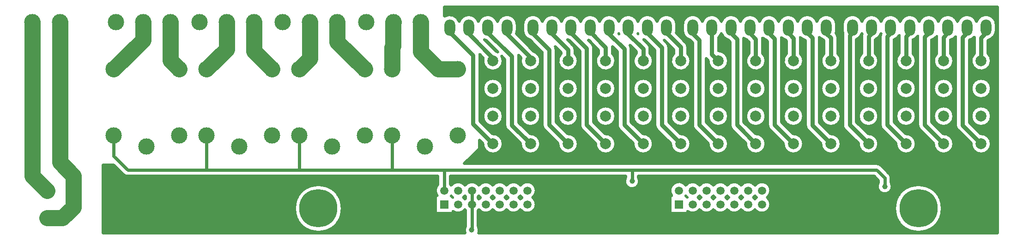
<source format=gbl>
G04 Layer_Physical_Order=2*
G04 Layer_Color=16750848*
%FSLAX42Y42*%
%MOMM*%
G71*
G01*
G75*
%ADD10C,0.50*%
%ADD13C,0.60*%
%ADD15C,3.00*%
%ADD18C,2.50*%
%ADD19O,2.00X3.00*%
%ADD20C,3.00*%
%ADD21C,2.00*%
%ADD22R,1.50X1.50*%
%ADD23C,1.50*%
%ADD24C,7.00*%
%ADD25C,1.00*%
%ADD26C,0.80*%
D10*
X9435Y250D02*
G03*
X9435Y250I-435J0D01*
G01*
X11937Y-200D02*
G03*
X11947Y-148I-124J52D01*
G01*
X11700Y-73D02*
G03*
X11688Y-200I113J-74D01*
G01*
X11467Y196D02*
G03*
X11688Y228I94J129D01*
G01*
X11930Y214D02*
G03*
X11942Y228I-115J111D01*
G01*
X11688D02*
G03*
X11700Y214I127J97D01*
G01*
X11947Y-148D02*
G03*
X11930Y-80I-135J0D01*
G01*
X11942Y228D02*
G03*
X12196Y228I127J97D01*
G01*
D02*
G03*
X12450Y228I127J97D01*
G01*
X12479Y452D02*
G03*
X12450Y423I97J-127D01*
G01*
X11688D02*
G03*
X11658Y452I-127J-97D01*
G01*
X11700Y437D02*
G03*
X11688Y423I115J-111D01*
G01*
X11434Y482D02*
G03*
X11463Y452I127J97D01*
G01*
X11658D02*
G03*
X11688Y482I-97J127D01*
G01*
X11942Y423D02*
G03*
X11930Y437I-127J-97D01*
G01*
X11971Y452D02*
G03*
X11942Y423I97J-127D01*
G01*
X11192Y691D02*
G03*
X11177Y485I115J-111D01*
G01*
X11434Y677D02*
G03*
X11422Y691I-127J-97D01*
G01*
X11688Y677D02*
G03*
X11434Y677I-127J-97D01*
G01*
X11930Y468D02*
G03*
X11942Y482I-115J111D01*
G01*
X11688D02*
G03*
X11700Y468I127J97D01*
G01*
X11942Y677D02*
G03*
X11688Y677I-127J-97D01*
G01*
X12196Y423D02*
G03*
X12166Y452I-127J-97D01*
G01*
X11942Y482D02*
G03*
X11971Y452I127J97D01*
G01*
X12196Y482D02*
G03*
X12225Y452I127J97D01*
G01*
X12166D02*
G03*
X12196Y482I-97J127D01*
G01*
X12225Y452D02*
G03*
X12196Y423I97J-127D01*
G01*
X12450D02*
G03*
X12420Y452I-127J-97D01*
G01*
X12196Y677D02*
G03*
X11942Y677I-127J-97D01*
G01*
X12420Y452D02*
G03*
X12450Y482I-97J127D01*
G01*
Y677D02*
G03*
X12196Y677I-127J-97D01*
G01*
X12450Y482D02*
G03*
X12479Y452I127J97D01*
G01*
X5424Y876D02*
G03*
X5505Y843I81J81D01*
G01*
X5424Y876D02*
G03*
X5505Y843I81J81D01*
G01*
X12015Y1446D02*
G03*
X12385Y1438I185J-8D01*
G01*
D02*
G03*
X12192Y1623I-185J0D01*
G01*
X12385Y1946D02*
G03*
X12385Y1946I-185J0D01*
G01*
X12420Y1781D02*
G03*
X12457Y1693I125J0D01*
G01*
X12420Y1781D02*
G03*
X12457Y1693I125J0D01*
G01*
X12450Y228D02*
G03*
X12704Y228I127J97D01*
G01*
D02*
G03*
X12991Y325I127J97D01*
G01*
X12704Y423D02*
G03*
X12674Y452I-127J-97D01*
G01*
D02*
G03*
X12704Y482I-97J127D01*
G01*
Y677D02*
G03*
X12450Y677I-127J-97D01*
G01*
X12733Y452D02*
G03*
X12704Y423I97J-127D01*
G01*
X12991Y325D02*
G03*
X12928Y452I-160J0D01*
G01*
X12704Y482D02*
G03*
X12733Y452I127J97D01*
G01*
X12928D02*
G03*
X12991Y579I-97J127D01*
G01*
D02*
G03*
X12704Y677I-160J0D01*
G01*
X15767Y196D02*
G03*
X15988Y228I94J129D01*
G01*
Y423D02*
G03*
X15958Y452I-127J-97D01*
G01*
X15988Y228D02*
G03*
X16242Y228I127J97D01*
G01*
X14635Y821D02*
G03*
X14885Y750I115J-71D01*
G01*
D02*
G03*
X14865Y821I-135J0D01*
G01*
X15734Y482D02*
G03*
X15763Y452I127J97D01*
G01*
X15958D02*
G03*
X15988Y482I-97J127D01*
G01*
X15734Y677D02*
G03*
X15477Y485I-127J-97D01*
G01*
X15988Y677D02*
G03*
X15734Y677I-127J-97D01*
G01*
X16017Y452D02*
G03*
X15988Y423I97J-127D01*
G01*
Y482D02*
G03*
X16017Y452I127J97D01*
G01*
X16242Y677D02*
G03*
X15988Y677I-127J-97D01*
G01*
X12704Y1446D02*
G03*
X13073Y1438I185J-8D01*
G01*
D02*
G03*
X12880Y1623I-185J0D01*
G01*
X14081Y1446D02*
G03*
X14450Y1438I185J-8D01*
G01*
X13392Y1446D02*
G03*
X13762Y1438I185J-8D01*
G01*
D02*
G03*
X13569Y1623I-185J0D01*
G01*
X14450Y1438D02*
G03*
X14257Y1623I-185J0D01*
G01*
X13073Y1946D02*
G03*
X13073Y1946I-185J0D01*
G01*
X13105Y1785D02*
G03*
X13142Y1697I125J0D01*
G01*
X13105Y1785D02*
G03*
X13142Y1697I125J0D01*
G01*
X13762Y1946D02*
G03*
X13762Y1946I-185J0D01*
G01*
X13795Y1783D02*
G03*
X13832Y1695I125J0D01*
G01*
X13795Y1783D02*
G03*
X13832Y1695I125J0D01*
G01*
X14450Y1946D02*
G03*
X14450Y1946I-185J0D01*
G01*
X14769Y1446D02*
G03*
X15139Y1438I185J-8D01*
G01*
D02*
G03*
X14946Y1623I-185J0D01*
G01*
X15457Y1446D02*
G03*
X15827Y1438I185J-8D01*
G01*
D02*
G03*
X15634Y1623I-185J0D01*
G01*
X14482Y1784D02*
G03*
X14519Y1696I125J0D01*
G01*
X14482Y1784D02*
G03*
X14519Y1696I125J0D01*
G01*
X15139Y1946D02*
G03*
X15139Y1946I-185J0D01*
G01*
X15170Y1785D02*
G03*
X15207Y1697I125J0D01*
G01*
X15170Y1785D02*
G03*
X15207Y1697I125J0D01*
G01*
X15827Y1946D02*
G03*
X15827Y1946I-185J0D01*
G01*
X15860Y1784D02*
G03*
X15897Y1695I125J0D01*
G01*
X15860Y1784D02*
G03*
X15897Y1695I125J0D01*
G01*
X12385Y2454D02*
G03*
X12385Y2454I-185J0D01*
G01*
X13073D02*
G03*
X13073Y2454I-185J0D01*
G01*
X13762D02*
G03*
X13762Y2454I-185J0D01*
G01*
X11960Y3062D02*
G03*
X11958Y3082I-125J0D01*
G01*
X11960Y3062D02*
G03*
X11958Y3082I-125J0D01*
G01*
X12023Y3017D02*
G03*
X12385Y2962I177J-55D01*
G01*
X12289Y3124D02*
G03*
X12256Y3138I-89J-162D01*
G01*
X12385Y2962D02*
G03*
X12362Y3051I-185J0D01*
G01*
X12042Y3352D02*
G03*
X12069Y3344I65J173D01*
G01*
X12670Y3045D02*
G03*
X12668Y3068I-125J0D01*
G01*
X12670Y3045D02*
G03*
X12668Y3068I-125J0D01*
G01*
X12714Y3022D02*
G03*
X13073Y2962I175J-60D01*
G01*
X12630Y3459D02*
G03*
X12643Y3525I-173J66D01*
G01*
Y3625D02*
G03*
X12282Y3685I-185J0D01*
G01*
X12747Y3525D02*
G03*
X12874Y3350I185J0D01*
G01*
X11582Y3685D02*
G03*
X11312Y3784I-175J-60D01*
G01*
X11932Y3685D02*
G03*
X11582Y3685I-175J-60D01*
G01*
X12282D02*
G03*
X11932Y3685I-175J-60D01*
G01*
X13073Y2962D02*
G03*
X12954Y3135I-185J0D01*
G01*
X13355Y3170D02*
G03*
X13344Y3222I-125J0D01*
G01*
X13355Y3170D02*
G03*
X13344Y3222I-125J0D01*
G01*
X13452Y3098D02*
G03*
X13762Y2962I125J-136D01*
G01*
D02*
G03*
X13702Y3098I-185J0D01*
G01*
Y3166D02*
G03*
X13665Y3254I-125J0D01*
G01*
X13702Y3166D02*
G03*
X13665Y3254I-125J0D01*
G01*
X13107Y3685D02*
G03*
X12747Y3625I-175J-60D01*
G01*
X13457Y3685D02*
G03*
X13107Y3685I-175J-60D01*
G01*
X13807Y3685D02*
G03*
X13457Y3685I-175J-60D01*
G01*
X13567Y3352D02*
G03*
X13594Y3344I65J173D01*
G01*
X14450Y2454D02*
G03*
X14450Y2454I-185J0D01*
G01*
X15139D02*
G03*
X15139Y2454I-185J0D01*
G01*
X15827D02*
G03*
X15827Y2454I-185J0D01*
G01*
X14140Y3098D02*
G03*
X14450Y2962I125J-136D01*
G01*
X14045Y3195D02*
G03*
X14008Y3283I-125J0D01*
G01*
X14045Y3195D02*
G03*
X14008Y3283I-125J0D01*
G01*
X14390Y3212D02*
G03*
X14390Y3223I-125J0D01*
G01*
X14390Y3212D02*
G03*
X14390Y3223I-125J0D01*
G01*
X14450Y2962D02*
G03*
X14390Y3098I-185J0D01*
G01*
X14829Y3098D02*
G03*
X15139Y2962I125J-136D01*
G01*
X14732Y3183D02*
G03*
X14712Y3251I-125J0D01*
G01*
X14732Y3183D02*
G03*
X14712Y3251I-125J0D01*
G01*
X13949Y3343D02*
G03*
X13959Y3341I34J182D01*
G01*
X14157Y3685D02*
G03*
X13807Y3685I-175J-60D01*
G01*
X14507Y3465D02*
G03*
X14511Y3456I175J60D01*
G01*
X14507Y3685D02*
G03*
X14157Y3685I-175J-60D01*
G01*
X14857Y3685D02*
G03*
X14507Y3685I-175J-60D01*
G01*
X14857Y3465D02*
G03*
X14861Y3456I175J60D01*
G01*
X14963Y3353D02*
G03*
X14981Y3347I69J172D01*
G01*
X15207Y3685D02*
G03*
X14857Y3685I-175J-60D01*
G01*
X15139Y2962D02*
G03*
X15079Y3098I-185J0D01*
G01*
Y3186D02*
G03*
X15042Y3275I-125J0D01*
G01*
X15079Y3186D02*
G03*
X15042Y3275I-125J0D01*
G01*
X15420Y3210D02*
G03*
X15383Y3298I-125J0D01*
G01*
X15420Y3210D02*
G03*
X15383Y3298I-125J0D01*
G01*
X15517Y3098D02*
G03*
X15827Y2962I125J-136D01*
G01*
D02*
G03*
X15767Y3098I-185J0D01*
G01*
Y3218D02*
G03*
X15731Y3306I-125J0D01*
G01*
X15767Y3218D02*
G03*
X15731Y3306I-125J0D01*
G01*
X15568Y3625D02*
G03*
X15207Y3685I-185J0D01*
G01*
X15561Y3476D02*
G03*
X15568Y3525I-178J49D01*
G01*
X15677D02*
G03*
X15800Y3351I185J0D01*
G01*
X16038Y3685D02*
G03*
X15677Y3625I-175J-60D01*
G01*
X16388Y3685D02*
G03*
X16038Y3685I-175J-60D01*
G01*
X16242Y423D02*
G03*
X16212Y452I-127J-97D01*
G01*
X16242Y228D02*
G03*
X16496Y228I127J97D01*
G01*
X16212Y452D02*
G03*
X16242Y482I-97J127D01*
G01*
X16271Y452D02*
G03*
X16242Y423I97J-127D01*
G01*
X16496D02*
G03*
X16466Y452I-127J-97D01*
G01*
X16242Y482D02*
G03*
X16271Y452I127J97D01*
G01*
X16466D02*
G03*
X16496Y482I-97J127D01*
G01*
X16525Y452D02*
G03*
X16496Y423I97J-127D01*
G01*
Y228D02*
G03*
X16750Y228I127J97D01*
G01*
X16496Y482D02*
G03*
X16525Y452I127J97D01*
G01*
X16750Y423D02*
G03*
X16720Y452I-127J-97D01*
G01*
D02*
G03*
X16750Y482I-97J127D01*
G01*
Y228D02*
G03*
X17004Y228I127J97D01*
G01*
X16779Y452D02*
G03*
X16750Y423I97J-127D01*
G01*
Y482D02*
G03*
X16779Y452I127J97D01*
G01*
X17004Y677D02*
G03*
X16750Y677I-127J-97D01*
G01*
X16496D02*
G03*
X16242Y677I-127J-97D01*
G01*
X16146Y1446D02*
G03*
X16516Y1438I185J-8D01*
G01*
X16750Y677D02*
G03*
X16496Y677I-127J-97D01*
G01*
X16834Y1446D02*
G03*
X17204Y1438I185J-8D01*
G01*
X17004Y423D02*
G03*
X16974Y452I-127J-97D01*
G01*
X17033D02*
G03*
X17004Y423I97J-127D01*
G01*
Y228D02*
G03*
X17291Y325I127J97D01*
G01*
D02*
G03*
X17228Y452I-160J0D01*
G01*
X16974D02*
G03*
X17004Y482I-97J127D01*
G01*
D02*
G03*
X17033Y452I127J97D01*
G01*
X17228D02*
G03*
X17291Y579I-97J127D01*
G01*
D02*
G03*
X17004Y677I-160J0D01*
G01*
X17523Y1446D02*
G03*
X17893Y1438I185J-8D01*
G01*
X18211Y1446D02*
G03*
X18581Y1438I185J-8D01*
G01*
X16516D02*
G03*
X16323Y1623I-185J0D01*
G01*
X16516Y1946D02*
G03*
X16516Y1946I-185J0D01*
G01*
X16548Y1785D02*
G03*
X16584Y1696I125J0D01*
G01*
X16548Y1785D02*
G03*
X16584Y1696I125J0D01*
G01*
X17204Y1438D02*
G03*
X17011Y1623I-185J0D01*
G01*
X17204Y1946D02*
G03*
X17204Y1946I-185J0D01*
G01*
X17893Y1438D02*
G03*
X17700Y1623I-185J0D01*
G01*
X17238Y1783D02*
G03*
X17274Y1695I125J0D01*
G01*
X17238Y1783D02*
G03*
X17274Y1695I125J0D01*
G01*
X17893Y1946D02*
G03*
X17893Y1946I-185J0D01*
G01*
X18581Y1438D02*
G03*
X18388Y1623I-185J0D01*
G01*
X17932Y1777D02*
G03*
X17969Y1688I125J0D01*
G01*
X17932Y1777D02*
G03*
X17969Y1688I125J0D01*
G01*
X18581Y1946D02*
G03*
X18581Y1946I-185J0D01*
G01*
X19268Y726D02*
G03*
X19518Y655I115J-71D01*
G01*
D02*
G03*
X19498Y726I-135J0D01*
G01*
X20435Y250D02*
G03*
X20435Y250I-435J0D01*
G01*
X18900Y1446D02*
G03*
X19270Y1438I185J-8D01*
G01*
D02*
G03*
X19077Y1623I-185J0D01*
G01*
X19316Y1039D02*
G03*
X19235Y1073I-81J-81D01*
G01*
X19498Y810D02*
G03*
X19464Y891I-115J0D01*
G01*
X19498Y810D02*
G03*
X19464Y891I-115J0D01*
G01*
X19316Y1039D02*
G03*
X19235Y1073I-81J-81D01*
G01*
X19588Y1446D02*
G03*
X19958Y1438I185J-8D01*
G01*
D02*
G03*
X19765Y1623I-185J0D01*
G01*
X20277Y1446D02*
G03*
X20647Y1438I185J-8D01*
G01*
D02*
G03*
X20453Y1623I-185J0D01*
G01*
X20965Y1446D02*
G03*
X21335Y1438I185J-8D01*
G01*
D02*
G03*
X21142Y1623I-185J0D01*
G01*
X18612Y1785D02*
G03*
X18649Y1697I125J0D01*
G01*
X18612Y1785D02*
G03*
X18649Y1697I125J0D01*
G01*
X19270Y1946D02*
G03*
X19270Y1946I-185J0D01*
G01*
X19302Y1784D02*
G03*
X19339Y1695I125J0D01*
G01*
X19302Y1784D02*
G03*
X19339Y1695I125J0D01*
G01*
X19958Y1946D02*
G03*
X19958Y1946I-185J0D01*
G01*
X20682Y1780D02*
G03*
X20719Y1692I125J0D01*
G01*
X19990Y1785D02*
G03*
X20027Y1696I125J0D01*
G01*
X19990Y1785D02*
G03*
X20027Y1696I125J0D01*
G01*
X20647Y1946D02*
G03*
X20647Y1946I-185J0D01*
G01*
X20682Y1780D02*
G03*
X20719Y1692I125J0D01*
G01*
X21335Y1946D02*
G03*
X21335Y1946I-185J0D01*
G01*
X16516Y2454D02*
G03*
X16516Y2454I-185J0D01*
G01*
X17204D02*
G03*
X17204Y2454I-185J0D01*
G01*
X16146Y2970D02*
G03*
X16516Y2962I185J-8D01*
G01*
X16110Y3009D02*
G03*
X16124Y2992I102J72D01*
G01*
X16110Y3009D02*
G03*
X16124Y2992I102J72D01*
G01*
X16894Y3098D02*
G03*
X17204Y2962I125J-136D01*
G01*
D02*
G03*
X17144Y3098I-185J0D01*
G01*
X17893Y2454D02*
G03*
X17893Y2454I-185J0D01*
G01*
X18581D02*
G03*
X18581Y2454I-185J0D01*
G01*
X17583Y3098D02*
G03*
X17893Y2962I125J-136D01*
G01*
D02*
G03*
X17833Y3098I-185J0D01*
G01*
X18271D02*
G03*
X18581Y2962I125J-136D01*
G01*
D02*
G03*
X18521Y3098I-185J0D01*
G01*
X16516Y2962D02*
G03*
X16337Y3147I-185J0D01*
G01*
Y3389D02*
G03*
X16388Y3465I-125J136D01*
G01*
X16388D02*
G03*
X16514Y3346I175J60D01*
G01*
X16798Y3365D02*
G03*
X16796Y3381I-125J0D01*
G01*
X16798Y3365D02*
G03*
X16796Y3381I-125J0D01*
G01*
Y3381D02*
G03*
X16857Y3348I116J144D01*
G01*
X17142Y3384D02*
G03*
X17207Y3348I120J141D01*
G01*
X17144Y3363D02*
G03*
X17142Y3384I-125J0D01*
G01*
X17144Y3363D02*
G03*
X17142Y3384I-125J0D01*
G01*
X17488Y3370D02*
G03*
X17486Y3390I-125J0D01*
G01*
D02*
G03*
X17568Y3346I127J135D01*
G01*
X17488Y3370D02*
G03*
X17486Y3390I-125J0D01*
G01*
X16738Y3685D02*
G03*
X16388Y3685I-175J-60D01*
G01*
X17088Y3685D02*
G03*
X16738Y3685I-175J-60D01*
G01*
X17788D02*
G03*
X17438Y3685I-175J-60D01*
G01*
X17438D02*
G03*
X17088Y3685I-175J-60D01*
G01*
X17833Y3382D02*
G03*
X17832Y3394I-125J0D01*
G01*
D02*
G03*
X17918Y3346I130J131D01*
G01*
X17833Y3382D02*
G03*
X17832Y3394I-125J0D01*
G01*
X18182Y3394D02*
G03*
X18254Y3350I131J131D01*
G01*
X18182Y3383D02*
G03*
X18182Y3394I-125J0D01*
G01*
X18182Y3383D02*
G03*
X18182Y3394I-125J0D01*
G01*
X18521Y3384D02*
G03*
X18489Y3468I-125J0D01*
G01*
X18521Y3384D02*
G03*
X18489Y3468I-125J0D01*
G01*
X18605Y3525D02*
G03*
X18617Y3460I185J0D01*
G01*
Y3460D02*
G03*
X18612Y3428I121J-32D01*
G01*
X18617Y3460D02*
G03*
X18612Y3428I121J-32D01*
G01*
X18138Y3685D02*
G03*
X17788Y3685I-175J-60D01*
G01*
X18489Y3468D02*
G03*
X18498Y3525I-176J57D01*
G01*
Y3625D02*
G03*
X18138Y3685I-185J0D01*
G01*
X19270Y2454D02*
G03*
X19270Y2454I-185J0D01*
G01*
X19958D02*
G03*
X19958Y2454I-185J0D01*
G01*
X18960Y3098D02*
G03*
X19270Y2962I125J-136D01*
G01*
D02*
G03*
X19210Y3098I-185J0D01*
G01*
X19648D02*
G03*
X19958Y2962I125J-136D01*
G01*
D02*
G03*
X19898Y3098I-185J0D01*
G01*
X20647Y2454D02*
G03*
X20647Y2454I-185J0D01*
G01*
X21335D02*
G03*
X21335Y2454I-185J0D01*
G01*
X20337Y3098D02*
G03*
X20647Y2962I125J-136D01*
G01*
D02*
G03*
X20587Y3098I-185J0D01*
G01*
X21025Y3098D02*
G03*
X21335Y2962I125J-136D01*
G01*
D02*
G03*
X21275Y3098I-185J0D01*
G01*
X18968Y3457D02*
G03*
X18960Y3412I117J-45D01*
G01*
X18862Y3355D02*
G03*
X18965Y3465I-73J170D01*
G01*
X19210Y3354D02*
G03*
X19315Y3465I-70J171D01*
G01*
X18968Y3457D02*
G03*
X18960Y3412I117J-45D01*
G01*
X19316Y3463D02*
G03*
X19302Y3408I112J-56D01*
G01*
X19316Y3463D02*
G03*
X19302Y3408I112J-56D01*
G01*
X19649Y3430D02*
G03*
X19648Y3416I124J-15D01*
G01*
X19552Y3351D02*
G03*
X19649Y3430I-62J174D01*
G01*
X19898Y3349D02*
G03*
X19991Y3419I-58J176D01*
G01*
D02*
G03*
X19990Y3400I124J-19D01*
G01*
X19991Y3419D02*
G03*
X19990Y3400I124J-19D01*
G01*
X18965Y3685D02*
G03*
X18605Y3625I-175J-60D01*
G01*
X18965Y3465D02*
G03*
X18968Y3457I175J60D01*
G01*
X19315Y3685D02*
G03*
X18965Y3685I-175J-60D01*
G01*
X19649Y3430D02*
G03*
X19648Y3416I124J-15D01*
G01*
X19665Y3685D02*
G03*
X19315Y3685I-175J-60D01*
G01*
X20015Y3685D02*
G03*
X19665Y3685I-175J-60D01*
G01*
X20365Y3685D02*
G03*
X20015Y3685I-175J-60D01*
G01*
X20240Y3347D02*
G03*
X20337Y3413I-50J178D01*
G01*
X20683Y3408D02*
G03*
X20682Y3395I124J-13D01*
G01*
X20587Y3346D02*
G03*
X20683Y3408I-47J179D01*
G01*
X20337Y3413D02*
G03*
X20337Y3399I124J-14D01*
G01*
X20683Y3408D02*
G03*
X20682Y3395I124J-13D01*
G01*
X20337Y3413D02*
G03*
X20337Y3399I124J-14D01*
G01*
X20935Y3346D02*
G03*
X21026Y3399I-45J179D01*
G01*
X21026D02*
G03*
X21025Y3387I124J-12D01*
G01*
X21026Y3399D02*
G03*
X21025Y3387I124J-12D01*
G01*
X21285Y3346D02*
G03*
X21425Y3525I-45J179D01*
G01*
X20715Y3685D02*
G03*
X20365Y3685I-175J-60D01*
G01*
X21425Y3625D02*
G03*
X21065Y3685I-185J0D01*
G01*
D02*
G03*
X20715Y3685I-175J-60D01*
G01*
X6950Y-200D02*
Y843D01*
X7000Y-200D02*
Y843D01*
X6850Y-200D02*
Y843D01*
X5050Y-50D02*
X8685D01*
X6900Y-200D02*
Y843D01*
X8600Y-200D02*
Y79D01*
X8650Y-200D02*
Y-8D01*
X8450Y-200D02*
Y843D01*
X8550Y-200D02*
Y843D01*
X8500Y-200D02*
Y843D01*
X5800Y-200D02*
Y843D01*
X5850Y-200D02*
Y843D01*
X5550Y-200D02*
Y843D01*
X5750Y-200D02*
Y843D01*
X5600Y-200D02*
Y843D01*
X6700Y-200D02*
Y843D01*
X6800Y-200D02*
Y843D01*
X6750Y-200D02*
Y843D01*
X5900Y-200D02*
Y843D01*
X6000Y-200D02*
Y843D01*
X5950Y-200D02*
Y843D01*
X8900Y-200D02*
Y-173D01*
X8950Y-200D02*
Y-182D01*
X5050Y-150D02*
X8829D01*
X5050Y-200D02*
X11688D01*
X8850D02*
Y-158D01*
X9000Y-200D02*
Y-185D01*
X9050Y-200D02*
Y-182D01*
X9100Y-200D02*
Y-173D01*
X9150Y-200D02*
Y-158D01*
X9171Y-150D02*
X11678D01*
X9200Y-200D02*
Y-136D01*
X8750Y-200D02*
Y-106D01*
X8800Y-200D02*
Y-136D01*
X8700Y-200D02*
Y-65D01*
X5050Y-100D02*
X8742D01*
X9250Y-200D02*
Y-106D01*
X9300Y-200D02*
Y-65D01*
X9400Y-200D02*
Y79D01*
X9350Y-200D02*
Y-8D01*
X9258Y-100D02*
X11686D01*
X9315Y-50D02*
X11700D01*
X5050Y300D02*
X8568D01*
X5050Y350D02*
X8577D01*
X5050Y400D02*
X8592D01*
X5050Y450D02*
X8614D01*
X5050Y500D02*
X8644D01*
X5050Y100D02*
X8592D01*
X5050Y-0D02*
X8644D01*
X5050Y50D02*
X8614D01*
X5050Y250D02*
X8565D01*
X5050Y150D02*
X8577D01*
X5050Y200D02*
X8568D01*
X5050Y550D02*
X8685D01*
X5050Y600D02*
X8742D01*
X5505Y843D02*
X6965D01*
X5050Y650D02*
X8829D01*
X6965Y843D02*
X8670D01*
X8600Y421D02*
Y843D01*
X8700Y565D02*
Y843D01*
X8650Y508D02*
Y843D01*
X8750Y606D02*
Y843D01*
X8850Y658D02*
Y843D01*
X8800Y636D02*
Y843D01*
X9386Y50D02*
X11700D01*
X9356Y-0D02*
X11700D01*
X9386Y450D02*
X11147D01*
X9408Y100D02*
X11700D01*
X9356Y500D02*
X11168D01*
X9435Y250D02*
X11147D01*
X9423Y150D02*
X11700D01*
X9432Y200D02*
X11147D01*
X9408Y400D02*
X11147D01*
X9432Y300D02*
X11147D01*
X9423Y350D02*
X11147D01*
X9050Y682D02*
Y843D01*
X9100Y673D02*
Y843D01*
X5050Y800D02*
X11192D01*
X5050Y700D02*
X11192D01*
X5050Y750D02*
X11192D01*
X9250Y606D02*
Y843D01*
X9315Y550D02*
X11149D01*
X9258Y600D02*
X11148D01*
X9150Y658D02*
Y843D01*
X9171Y650D02*
X11163D01*
X9200Y636D02*
Y843D01*
X11250Y-200D02*
Y165D01*
X11300Y-200D02*
Y165D01*
X11150Y-200D02*
Y165D01*
X11147D02*
X11467D01*
X11200Y-200D02*
Y165D01*
X11550Y-200D02*
Y166D01*
X11350Y-200D02*
Y165D01*
X11450Y-200D02*
Y165D01*
X11400Y-200D02*
Y165D01*
X11500Y-200D02*
Y177D01*
X11600Y-200D02*
Y170D01*
X11147Y165D02*
Y485D01*
X11467Y165D02*
Y196D01*
X11650Y-200D02*
Y193D01*
X11930Y-80D02*
Y214D01*
X11700Y-73D02*
Y214D01*
X11660Y200D02*
X11700D01*
X12100Y-200D02*
Y169D01*
X12250Y-200D02*
Y183D01*
X12050Y-200D02*
Y166D01*
X12000Y-200D02*
Y181D01*
X12550Y-200D02*
Y168D01*
X12600Y-200D02*
Y167D01*
X12650Y-200D02*
Y183D01*
X12300Y-200D02*
Y167D01*
X12350Y-200D02*
Y168D01*
X12500Y-200D02*
Y185D01*
X11950Y-200D02*
Y218D01*
X12150Y-200D02*
Y188D01*
X11930Y200D02*
X11969D01*
X12168D02*
X12223D01*
X12200Y-200D02*
Y223D01*
X12400Y-200D02*
Y185D01*
X12450Y-200D02*
Y228D01*
X12422Y200D02*
X12477D01*
X11661Y450D02*
X11700D01*
X11950Y433D02*
Y472D01*
X11700Y437D02*
Y468D01*
X11930Y450D02*
X11968D01*
X11930Y437D02*
Y468D01*
X11147Y485D02*
X11177D01*
X11150D02*
Y547D01*
X11422Y700D02*
X11455D01*
X11666D02*
X11709D01*
X11920D02*
X11963D01*
X12169Y450D02*
X12222D01*
X12450Y423D02*
Y482D01*
X12200Y428D02*
Y477D01*
X12423Y450D02*
X12476D01*
X12700Y427D02*
Y478D01*
X12174Y700D02*
X12217D01*
X12428D02*
X12471D01*
X12450Y677D02*
Y843D01*
X12500Y720D02*
Y843D01*
X12550Y737D02*
Y843D01*
X12650Y722D02*
Y843D01*
X12600Y738D02*
Y843D01*
X6150Y-200D02*
Y843D01*
X6200Y-200D02*
Y843D01*
X5700Y-200D02*
Y843D01*
X6100Y-200D02*
Y843D01*
X6050Y-200D02*
Y843D01*
X6400Y-200D02*
Y843D01*
X6450Y-200D02*
Y843D01*
X6250Y-200D02*
Y843D01*
X6350Y-200D02*
Y843D01*
X6300Y-200D02*
Y843D01*
X5200Y-200D02*
Y1050D01*
X5250Y-200D02*
Y1050D01*
X5050Y-200D02*
Y1050D01*
X5150Y-200D02*
Y1050D01*
X5100Y-200D02*
Y1050D01*
X5450Y-200D02*
Y857D01*
X5650Y-200D02*
Y843D01*
X5500Y-200D02*
Y843D01*
X5300Y-200D02*
Y1000D01*
X5400Y-200D02*
Y900D01*
X5350Y-200D02*
Y950D01*
X7550Y-200D02*
Y843D01*
X7600Y-200D02*
Y843D01*
X7400Y-200D02*
Y843D01*
X7500Y-200D02*
Y843D01*
X7450Y-200D02*
Y843D01*
X9750Y-200D02*
Y843D01*
X9850Y-200D02*
Y843D01*
X9800Y-200D02*
Y843D01*
X7650Y-200D02*
Y843D01*
X9700Y-200D02*
Y843D01*
X7700Y-200D02*
Y843D01*
X6650Y-200D02*
Y843D01*
X7050Y-200D02*
Y843D01*
X6500Y-200D02*
Y843D01*
X6600Y-200D02*
Y843D01*
X6550Y-200D02*
Y843D01*
X7250Y-200D02*
Y843D01*
X7350Y-200D02*
Y843D01*
X7300Y-200D02*
Y843D01*
X7100Y-200D02*
Y843D01*
X7200Y-200D02*
Y843D01*
X7150Y-200D02*
Y843D01*
X7900Y-200D02*
Y843D01*
X7950Y-200D02*
Y843D01*
X7750Y-200D02*
Y843D01*
X7850Y-200D02*
Y843D01*
X7800Y-200D02*
Y843D01*
X8250Y-200D02*
Y843D01*
X8350Y-200D02*
Y843D01*
X8300Y-200D02*
Y843D01*
X8000Y-200D02*
Y843D01*
X8100Y-200D02*
Y843D01*
X8050Y-200D02*
Y843D01*
X5050Y900D02*
X5400D01*
X5050Y850D02*
X5464D01*
X5050Y1050D02*
X5250D01*
X5050Y950D02*
X5350D01*
X5050Y1000D02*
X5300D01*
X8200Y-200D02*
Y843D01*
X8150Y-200D02*
Y843D01*
X5050Y1050D02*
X5250D01*
X5250Y1050D02*
X5424Y876D01*
X9950Y-200D02*
Y843D01*
X10000Y-200D02*
Y843D01*
X9650Y-200D02*
Y843D01*
X8670D02*
X10350D01*
X9900Y-200D02*
Y843D01*
X10200Y-200D02*
Y843D01*
X10300Y-200D02*
Y843D01*
X10250Y-200D02*
Y843D01*
X10050Y-200D02*
Y843D01*
X10150Y-200D02*
Y843D01*
X10100Y-200D02*
Y843D01*
X8400Y-200D02*
Y843D01*
X9300Y565D02*
Y843D01*
X8900Y673D02*
Y843D01*
X9000Y685D02*
Y843D01*
X8950Y682D02*
Y843D01*
X9500Y-200D02*
Y843D01*
X9600Y-200D02*
Y843D01*
X9550Y-200D02*
Y843D01*
X9350Y508D02*
Y843D01*
X9450Y-200D02*
Y843D01*
X9400Y421D02*
Y843D01*
X11000Y-200D02*
Y843D01*
X11050Y-200D02*
Y843D01*
X10900Y-200D02*
Y843D01*
X10350D02*
X11192D01*
X10950Y-200D02*
Y843D01*
X11100Y-200D02*
Y843D01*
X11192Y691D02*
Y843D01*
X11150Y612D02*
Y843D01*
X11422Y691D02*
Y843D01*
X11500Y727D02*
Y843D01*
X11450Y695D02*
Y843D01*
X10500Y-200D02*
Y843D01*
X10550Y-200D02*
Y843D01*
X10350Y-200D02*
Y843D01*
X10450Y-200D02*
Y843D01*
X10400Y-200D02*
Y843D01*
X10750Y-200D02*
Y843D01*
X10850Y-200D02*
Y843D01*
X10800Y-200D02*
Y843D01*
X10600Y-200D02*
Y843D01*
X10700Y-200D02*
Y843D01*
X10650Y-200D02*
Y843D01*
X11650Y712D02*
Y843D01*
X11700Y691D02*
Y843D01*
X11550Y739D02*
Y843D01*
X11750Y726D02*
Y843D01*
X11600Y734D02*
Y843D01*
X11900Y715D02*
Y843D01*
X12250Y722D02*
Y843D01*
X11950Y687D02*
Y843D01*
X11800Y739D02*
Y843D01*
X12000Y724D02*
Y843D01*
X11850Y735D02*
Y843D01*
X12100Y736D02*
Y843D01*
X12150Y717D02*
Y843D01*
X11900Y1073D02*
Y1300D01*
X12050Y738D02*
Y843D01*
X11950Y1073D02*
Y1350D01*
X12200Y682D02*
Y843D01*
X12400Y719D02*
Y843D01*
X12350Y737D02*
Y843D01*
X12250Y1073D02*
Y1260D01*
X12300Y738D02*
Y843D01*
X12400Y1073D02*
Y3013D01*
X11800Y1073D02*
Y1200D01*
X11850Y1073D02*
Y1250D01*
X11700Y1073D02*
Y1100D01*
X11750Y1073D02*
Y1150D01*
X11673Y1073D02*
X11950Y1350D01*
X12050Y1073D02*
Y1330D01*
X12200Y1073D02*
Y1253D01*
X12100Y1073D02*
Y1282D01*
X11950Y1350D02*
X12037D01*
X12150Y1073D02*
Y1260D01*
X11900Y1300D02*
X12077D01*
X11950Y1350D02*
Y1511D01*
Y1400D02*
X12019D01*
X11950Y1500D02*
X11961D01*
X11950Y1450D02*
X12011D01*
X11950Y1511D02*
X12015Y1446D01*
X12000Y1073D02*
Y1461D01*
X12200Y1623D02*
Y1761D01*
X11960Y1855D02*
X12192Y1623D01*
X12050Y1765D02*
Y1838D01*
X12150Y1665D02*
Y1768D01*
X12100Y1715D02*
Y1790D01*
X12300Y1073D02*
Y1282D01*
X12347Y1550D02*
X12600D01*
X12289Y1600D02*
X12550D01*
X12350Y1073D02*
Y1330D01*
X12650Y1073D02*
Y1500D01*
X12550Y1073D02*
Y1600D01*
X12600Y1073D02*
Y1550D01*
X12385Y1450D02*
X12700D01*
X12374Y1500D02*
X12650D01*
X12250Y1616D02*
Y1768D01*
X12165Y1650D02*
X12500D01*
X12115Y1700D02*
X12450D01*
X12065Y1750D02*
X12424D01*
X12350Y1546D02*
Y1838D01*
X12500Y1073D02*
Y1650D01*
X12450Y1073D02*
Y1700D01*
X12300Y1594D02*
Y1790D01*
X12700Y-200D02*
Y224D01*
X12750Y-200D02*
Y187D01*
X12676Y200D02*
X12731D01*
X12950Y-200D02*
Y219D01*
X13000Y-200D02*
Y843D01*
X12800Y-200D02*
Y168D01*
X12850Y-200D02*
Y167D01*
X12900Y-200D02*
Y181D01*
X13200Y-200D02*
Y843D01*
X13250Y-200D02*
Y843D01*
X13050Y-200D02*
Y843D01*
X13150Y-200D02*
Y843D01*
X13100Y-200D02*
Y843D01*
X13450Y-200D02*
Y843D01*
X13550Y-200D02*
Y843D01*
X13500Y-200D02*
Y843D01*
X13300Y-200D02*
Y843D01*
X13400Y-200D02*
Y843D01*
X13350Y-200D02*
Y843D01*
X11930Y-0D02*
X19644D01*
X11930Y-50D02*
X19685D01*
X11930Y150D02*
X19577D01*
X11930Y50D02*
X19614D01*
X11930Y100D02*
X19592D01*
X14150Y-200D02*
Y843D01*
X11937Y-200D02*
X21450D01*
X14200D02*
Y843D01*
X12930Y200D02*
X15447D01*
X11947Y-150D02*
X19829D01*
X11939Y-100D02*
X19742D01*
X13750Y-200D02*
Y843D01*
X13800Y-200D02*
Y843D01*
X13600Y-200D02*
Y843D01*
X13700Y-200D02*
Y843D01*
X13650Y-200D02*
Y843D01*
X14000Y-200D02*
Y843D01*
X14100Y-200D02*
Y843D01*
X14050Y-200D02*
Y843D01*
X13850Y-200D02*
Y843D01*
X13950Y-200D02*
Y843D01*
X13900Y-200D02*
Y843D01*
X12677Y450D02*
X12730D01*
X12682Y700D02*
X12725D01*
X12950Y432D02*
Y473D01*
X12700Y681D02*
Y843D01*
X12750Y718D02*
Y843D01*
X12800Y736D02*
Y843D01*
X12850Y738D02*
Y843D01*
Y1073D02*
Y1257D01*
X12900Y1073D02*
Y1253D01*
X12950Y686D02*
Y843D01*
X12900Y724D02*
Y843D01*
X12950Y1073D02*
Y1264D01*
X13550Y1073D02*
Y1255D01*
X13500Y1073D02*
Y1270D01*
X12931Y450D02*
X15447D01*
X12972Y250D02*
X15447D01*
X11422Y750D02*
X14615D01*
X12970Y500D02*
X15468D01*
X12936Y700D02*
X14625D01*
X12972Y400D02*
X15447D01*
X12989Y300D02*
X15447D01*
X12989Y350D02*
X15447D01*
X12974Y650D02*
X14659D01*
X12988Y550D02*
X15449D01*
X12989Y600D02*
X15448D01*
X11422Y800D02*
X14625D01*
X11422Y843D02*
X14635D01*
X11673Y1073D02*
X14750D01*
X11700Y1100D02*
X21450D01*
X11750Y1150D02*
X21450D01*
X13600Y1073D02*
Y1254D01*
X14250Y1073D02*
Y1254D01*
X13650Y1073D02*
Y1268D01*
X14200Y1073D02*
Y1265D01*
X11800Y1200D02*
X21450D01*
X11850Y1250D02*
X21450D01*
X14500Y-200D02*
Y843D01*
X14550Y-200D02*
Y843D01*
X14250Y-200D02*
Y843D01*
X14350Y-200D02*
Y843D01*
X14300Y-200D02*
Y843D01*
X14750Y-200D02*
Y615D01*
X14800Y-200D02*
Y625D01*
X14850Y-200D02*
Y659D01*
X14600Y-200D02*
Y843D01*
X14700Y-200D02*
Y625D01*
X14650Y-200D02*
Y659D01*
X14950Y-200D02*
Y843D01*
X15000Y-200D02*
Y843D01*
X14400Y-200D02*
Y843D01*
X14900Y-200D02*
Y843D01*
X14450Y-200D02*
Y843D01*
X15200Y-200D02*
Y843D01*
X15300Y-200D02*
Y843D01*
X15250Y-200D02*
Y843D01*
X15050Y-200D02*
Y843D01*
X15150Y-200D02*
Y843D01*
X15100Y-200D02*
Y843D01*
X15550Y-200D02*
Y165D01*
X15600Y-200D02*
Y165D01*
X15450Y-200D02*
Y165D01*
X15447D02*
X15767D01*
X15500Y-200D02*
Y165D01*
X15800Y-200D02*
Y177D01*
X15850Y-200D02*
Y166D01*
X15900Y-200D02*
Y170D01*
X15650Y-200D02*
Y165D01*
X15750Y-200D02*
Y165D01*
X15700Y-200D02*
Y165D01*
X15350Y-200D02*
Y843D01*
X15400Y-200D02*
Y843D01*
X15447Y165D02*
Y485D01*
X15767Y165D02*
Y196D01*
X15950Y-200D02*
Y193D01*
X16050Y-200D02*
Y179D01*
X16000Y-200D02*
Y214D01*
X15960Y200D02*
X16015D01*
X14841Y650D02*
X15463D01*
X14635Y821D02*
Y843D01*
X14865Y821D02*
Y843D01*
X15450Y485D02*
Y547D01*
X15447Y485D02*
X15477D01*
X15450Y612D02*
Y843D01*
X14875Y700D02*
X15501D01*
X15700Y709D02*
Y843D01*
X15600Y739D02*
Y843D01*
X14950Y1073D02*
Y1253D01*
X15000Y1073D02*
Y1259D01*
X14300Y1073D02*
Y1256D01*
X14900Y1073D02*
Y1261D01*
X14350Y1073D02*
Y1273D01*
X15500Y699D02*
Y843D01*
X15650Y733D02*
Y843D01*
X15550Y729D02*
Y843D01*
X15600Y1073D02*
Y1258D01*
X15650Y1073D02*
Y1253D01*
X15700Y1073D02*
Y1262D01*
X15712Y700D02*
X15755D01*
X16000Y437D02*
Y468D01*
X15961Y450D02*
X16014D01*
X15966Y700D02*
X16009D01*
X15750Y695D02*
Y843D01*
X14885Y750D02*
X19268D01*
X14865Y843D02*
X19187D01*
X14875Y800D02*
X19230D01*
X14750Y1073D02*
X19235D01*
X15950Y712D02*
Y843D01*
X16050Y726D02*
Y843D01*
X16000Y691D02*
Y843D01*
X15800Y727D02*
Y843D01*
X15900Y734D02*
Y843D01*
X15850Y739D02*
Y843D01*
X12700Y1073D02*
Y1450D01*
X12381Y1400D02*
X12707D01*
X12323Y1300D02*
X12765D01*
X12363Y1350D02*
X12726D01*
X12750Y1073D02*
Y1315D01*
X12800Y1073D02*
Y1276D01*
X13000Y1073D02*
Y1290D01*
X13050Y1073D02*
Y1348D01*
X13400Y1073D02*
Y1384D01*
X13070Y1400D02*
X13396D01*
X13100Y1073D02*
Y3123D01*
X12457Y1693D02*
X12704Y1446D01*
X13073Y1450D02*
X13388D01*
X13063Y1500D02*
X13338D01*
X13250Y1073D02*
Y1588D01*
X13350Y1073D02*
Y1488D01*
X13300Y1073D02*
Y1538D01*
X13150Y1073D02*
Y1688D01*
X13200Y1073D02*
Y1638D01*
X13142Y1697D02*
X13392Y1446D01*
X13450Y1073D02*
Y1303D01*
X13700Y1073D02*
Y1300D01*
X13051Y1350D02*
X13414D01*
X13700Y1300D02*
X14142D01*
X13012D02*
X13454D01*
X13750Y1073D02*
Y1373D01*
X14150Y1073D02*
Y1293D01*
X14100Y1073D02*
Y1355D01*
X13758Y1400D02*
X14084D01*
X13740Y1350D02*
X14103D01*
X13800Y1073D02*
Y1749D01*
X13762Y1450D02*
X14077D01*
X13832Y1695D02*
X14081Y1446D01*
X13850Y1073D02*
Y1677D01*
X13950Y1073D02*
Y1577D01*
X13900Y1073D02*
Y1627D01*
X14000Y1073D02*
Y1527D01*
X14050Y1073D02*
Y1477D01*
X12900Y1623D02*
Y1761D01*
X12853Y1650D02*
X13188D01*
X12850Y1653D02*
Y1765D01*
X12803Y1700D02*
X13138D01*
X12753Y1750D02*
X13110D01*
X12978Y1600D02*
X13238D01*
X13036Y1550D02*
X13288D01*
X13650Y1608D02*
Y1776D01*
X12950Y1612D02*
Y1772D01*
X13600Y1622D02*
Y1762D01*
X13550Y1642D02*
Y1763D01*
X12670Y1833D02*
X12880Y1623D01*
X13000Y1586D02*
Y1798D01*
X12750Y1753D02*
Y1823D01*
X12800Y1703D02*
Y1784D01*
X13050Y1528D02*
Y1856D01*
X13500Y1692D02*
Y1778D01*
X13355Y1837D02*
X13569Y1623D01*
X13450Y1742D02*
Y1811D01*
X13666Y1600D02*
X13927D01*
X13724Y1550D02*
X13977D01*
X13442Y1750D02*
X13800D01*
X13542Y1650D02*
X13877D01*
X13492Y1700D02*
X13827D01*
X13751Y1500D02*
X14027D01*
X14250Y1630D02*
Y1762D01*
X14300Y1620D02*
Y1764D01*
X14130Y1750D02*
X14487D01*
X14230Y1650D02*
X14565D01*
X14180Y1700D02*
X14515D01*
X13700Y1576D02*
Y1808D01*
X13750Y1503D02*
Y1881D01*
X14200Y1680D02*
Y1773D01*
X14350Y1603D02*
Y1781D01*
X14045Y1835D02*
X14257Y1623D01*
X14100Y1780D02*
Y1863D01*
X14150Y1730D02*
Y1801D01*
X14400Y1073D02*
Y1311D01*
X14450Y1073D02*
Y1425D01*
X14446Y1400D02*
X14773D01*
X14389Y1300D02*
X14831D01*
X14428Y1350D02*
X14791D01*
X14750Y1073D02*
Y1465D01*
X14850Y1073D02*
Y1285D01*
X14800Y1073D02*
Y1335D01*
X15050Y1073D02*
Y1280D01*
X15100Y1073D02*
Y1325D01*
X14500Y1073D02*
Y1721D01*
X14550Y1073D02*
Y1665D01*
X14600Y1073D02*
Y1615D01*
X14650Y1073D02*
Y1565D01*
X14519Y1696D02*
X14769Y1446D01*
X14700Y1073D02*
Y1515D01*
X15200Y1073D02*
Y1704D01*
X15150Y1073D02*
Y3178D01*
X15300Y1073D02*
Y1604D01*
X15250Y1073D02*
Y1654D01*
X15500Y1073D02*
Y1320D01*
X15135Y1400D02*
X15461D01*
X15077Y1300D02*
X15519D01*
X15117Y1350D02*
X15480D01*
X15550Y1073D02*
Y1278D01*
X15750Y1073D02*
Y1288D01*
X15800Y1073D02*
Y1341D01*
X15823Y1400D02*
X16150D01*
X15765Y1300D02*
X16208D01*
X15805Y1350D02*
X16168D01*
X15350Y1073D02*
Y1554D01*
X15400Y1073D02*
Y1504D01*
X15450Y1073D02*
Y1454D01*
X15207Y1697D02*
X15457Y1446D01*
X15850Y1073D02*
Y3301D01*
X15950Y1073D02*
Y1642D01*
X15900Y1073D02*
Y1692D01*
X16000Y1073D02*
Y1592D01*
X16050Y1073D02*
Y1542D01*
X15897Y1695D02*
X16146Y1446D01*
X14440Y1500D02*
X14715D01*
X14450Y1450D02*
X14765D01*
X14413Y1550D02*
X14665D01*
X14355Y1600D02*
X14615D01*
X14950Y1623D02*
Y1761D01*
X14919Y1650D02*
X15254D01*
X15000Y1617D02*
Y1767D01*
X14900Y1669D02*
Y1769D01*
X14869Y1700D02*
X15204D01*
X14819Y1750D02*
X15175D01*
X14400Y1565D02*
Y1819D01*
X14450Y1451D02*
Y1933D01*
X14732Y1836D02*
X14946Y1623D01*
X15050Y1596D02*
Y1788D01*
X15100Y1551D02*
Y1833D01*
X14800Y1769D02*
Y1843D01*
X14850Y1719D02*
Y1793D01*
X15128Y1500D02*
X15404D01*
X15138Y1450D02*
X15454D01*
X15043Y1600D02*
X15304D01*
X15101Y1550D02*
X15354D01*
X15507Y1750D02*
X15865D01*
X15790Y1550D02*
X16042D01*
X15827Y1450D02*
X16142D01*
X15817Y1500D02*
X16092D01*
X15557Y1700D02*
X15892D01*
X15732Y1600D02*
X15992D01*
X15607Y1650D02*
X15942D01*
X15600Y1657D02*
Y1766D01*
X15420Y1837D02*
X15634Y1623D01*
X15500Y1757D02*
Y1828D01*
X15550Y1707D02*
Y1786D01*
X15700Y1614D02*
Y1770D01*
X15750Y1588D02*
Y1796D01*
X15800Y1535D02*
Y1849D01*
X15650Y1623D02*
Y1761D01*
X11960Y1950D02*
X12015D01*
X11960Y1900D02*
X12021D01*
X11960Y2000D02*
X12023D01*
X11960Y2050D02*
X12047D01*
X11960Y2100D02*
X12097D01*
X12015Y1800D02*
X12086D01*
X12314D02*
X12420D01*
X11965Y1850D02*
X12042D01*
X12377Y2000D02*
X12420D01*
X12353Y2050D02*
X12420D01*
X12050Y2054D02*
Y2346D01*
X12100Y2102D02*
Y2298D01*
X11960Y2350D02*
X12047D01*
X11960Y2300D02*
X12098D01*
X12150Y2124D02*
Y2276D01*
X12300Y2102D02*
Y2298D01*
X12350Y2054D02*
Y2346D01*
X12200Y2131D02*
Y2269D01*
X12250Y2124D02*
Y2276D01*
X12302Y2300D02*
X12420D01*
X12358Y1850D02*
X12420D01*
X12670D02*
X12730D01*
X12303Y2100D02*
X12420D01*
X12379Y1900D02*
X12420D01*
X12385Y1950D02*
X12420D01*
X12670D02*
X12704D01*
X12703Y1800D02*
X12775D01*
X12670Y1900D02*
X12709D01*
X12670Y2000D02*
X12712D01*
X12670Y2050D02*
X12735D01*
X12670Y2100D02*
X12786D01*
X11960Y2150D02*
X12420D01*
Y1781D02*
Y2993D01*
X11960Y2200D02*
X12420D01*
X12670D02*
X13105D01*
X11960Y2250D02*
X12420D01*
X12750Y2069D02*
Y2331D01*
X12670Y2150D02*
X13105D01*
X12800Y2108D02*
Y2292D01*
X12670Y2300D02*
X12786D01*
X12670Y2250D02*
X13105D01*
X11960Y2450D02*
X12015D01*
X11960Y2400D02*
X12023D01*
X11960Y2500D02*
X12021D01*
X11960Y2550D02*
X12042D01*
X11960Y2600D02*
X12086D01*
X12314D02*
X12420D01*
X12385Y2450D02*
X12420D01*
X12358Y2550D02*
X12420D01*
X12150Y2632D02*
Y2784D01*
X12200Y2639D02*
Y2777D01*
X12250Y2632D02*
Y2784D01*
X12050Y2562D02*
Y2854D01*
X11960Y2800D02*
X12111D01*
X11960Y2950D02*
X12015D01*
X11960Y2850D02*
X12053D01*
X11960Y2900D02*
X12026D01*
X12100Y2610D02*
Y2806D01*
X12300Y2610D02*
Y2806D01*
X12350Y2562D02*
Y2854D01*
X12385Y2950D02*
X12420D01*
X12347Y2850D02*
X12420D01*
X12374Y2900D02*
X12420D01*
X12377Y2400D02*
X12420D01*
X12353Y2350D02*
X12420D01*
X11960Y2650D02*
X12420D01*
X12670Y2400D02*
X12712D01*
X12379Y2500D02*
X12420D01*
X12670Y2450D02*
X12704D01*
X12670Y2350D02*
X12735D01*
X12670Y2500D02*
X12709D01*
X12670Y2550D02*
X12730D01*
X12670Y2600D02*
X12775D01*
X12670Y2650D02*
X13105D01*
X11960Y2750D02*
X12420D01*
X11960Y2700D02*
X12420D01*
X12289Y2800D02*
X12420D01*
X12670Y2750D02*
X13105D01*
X12670Y2900D02*
X12714D01*
X12750Y2577D02*
Y2839D01*
X12670Y2700D02*
X13105D01*
X12800Y2616D02*
Y2800D01*
X12670Y2950D02*
X12704D01*
X12670Y2800D02*
X12799D01*
X12670Y2850D02*
X12741D01*
X13047Y1850D02*
X13105D01*
X13002Y1800D02*
X13105D01*
X13041Y2050D02*
X13105D01*
X13068Y1900D02*
X13105D01*
X13065Y2000D02*
X13105D01*
X13355Y1900D02*
X13398D01*
X13355Y1850D02*
X13419D01*
X13400Y1792D02*
Y1892D01*
X13073Y1950D02*
X13105D01*
X13355D02*
X13392D01*
X13355Y2000D02*
X13400D01*
X12950Y2120D02*
Y2280D01*
X12991Y2100D02*
X13105D01*
X12850Y2127D02*
Y2273D01*
X12900Y2131D02*
Y2269D01*
X12991Y2300D02*
X13105D01*
X13050Y2036D02*
Y2364D01*
X13355Y2050D02*
X13424D01*
X13400Y2000D02*
Y2400D01*
X13000Y2094D02*
Y2306D01*
X13450Y2081D02*
Y2319D01*
X13041Y2350D02*
X13105D01*
X13392Y1800D02*
X13463D01*
X13355Y2100D02*
X13474D01*
X13355Y2200D02*
X13795D01*
X13679Y2100D02*
X13795D01*
X13355Y2150D02*
X13795D01*
X13756Y1900D02*
X13795D01*
X13691Y1800D02*
X13795D01*
X13735Y1850D02*
X13795D01*
X13730Y2050D02*
X13795D01*
X13762Y1950D02*
X13795D01*
X13754Y2000D02*
X13795D01*
X13500Y2114D02*
Y2286D01*
X13550Y2129D02*
Y2271D01*
X13355Y2300D02*
X13474D01*
X13355Y2250D02*
X13795D01*
X13650Y2116D02*
Y2284D01*
X13700Y2084D02*
Y2316D01*
X13750Y2011D02*
Y2389D01*
X13600Y2130D02*
Y2270D01*
X13679Y2300D02*
X13795D01*
X13730Y2350D02*
X13795D01*
X13068Y2500D02*
X13105D01*
X13065Y2400D02*
X13105D01*
X12900Y2639D02*
Y2777D01*
X13047Y2550D02*
X13105D01*
X13002Y2600D02*
X13105D01*
X13073Y2450D02*
X13105D01*
X13355Y2350D02*
X13424D01*
X13355Y2400D02*
X13400D01*
X13355Y2450D02*
X13392D01*
X13355Y2500D02*
X13398D01*
X13355Y2550D02*
X13419D01*
X12950Y2628D02*
Y2788D01*
X13000Y2602D02*
Y2814D01*
X12850Y2635D02*
Y2781D01*
X12978Y2800D02*
X13105D01*
X13036Y2850D02*
X13105D01*
X13050Y2544D02*
Y2872D01*
X13063Y2900D02*
X13105D01*
X13400Y2508D02*
Y2908D01*
X13073Y2950D02*
X13105D01*
X13355Y2900D02*
X13403D01*
X13355Y2950D02*
X13392D01*
X13355Y2600D02*
X13463D01*
X13550Y2637D02*
Y2779D01*
X13355Y2750D02*
X13795D01*
X13355Y2650D02*
X13795D01*
X13355Y2700D02*
X13795D01*
X13756Y2500D02*
X13795D01*
X13754Y2400D02*
X13795D01*
X13762Y2450D02*
X13795D01*
X13600Y2638D02*
Y2778D01*
X13735Y2550D02*
X13795D01*
X13691Y2600D02*
X13795D01*
X13450Y2589D02*
Y2827D01*
X13500Y2622D02*
Y2794D01*
X13355Y2850D02*
X13430D01*
X13650Y2624D02*
Y2792D01*
X13355Y2800D02*
X13488D01*
X13700Y2592D02*
Y2824D01*
X13666Y2800D02*
X13795D01*
X13750Y2519D02*
Y2897D01*
X13762Y2950D02*
X13795D01*
X13724Y2850D02*
X13795D01*
X13751Y2900D02*
X13795D01*
X11960Y3000D02*
X12019D01*
X11958Y3082D02*
X12023Y3017D01*
X11960Y3050D02*
X11991D01*
X11960Y1855D02*
Y3062D01*
X12000Y1815D02*
Y3041D01*
X12381Y3000D02*
X12413D01*
X12042Y3352D02*
X12256Y3138D01*
X12069Y3344D02*
X12289Y3124D01*
X12094Y3300D02*
X12113D01*
X12100Y3294D02*
Y3313D01*
X12200Y3194D02*
Y3213D01*
X12244Y3150D02*
X12263D01*
X12250Y3144D02*
Y3163D01*
X12150Y3244D02*
Y3263D01*
X12194Y3200D02*
X12213D01*
X12144Y3250D02*
X12163D01*
X12362Y3051D02*
X12420Y2993D01*
X12668Y3068D02*
X12714Y3022D01*
X12670Y3050D02*
X12686D01*
X12670Y1833D02*
Y3045D01*
X12700Y1803D02*
Y3036D01*
X12670Y3000D02*
X12707D01*
X12739Y3350D02*
X12873D01*
X12689Y3400D02*
X12796D01*
X12639Y3450D02*
X12763D01*
X12630Y3459D02*
X12954Y3135D01*
X12641Y3500D02*
X12749D01*
X12650Y3439D02*
Y3950D01*
X12700Y3389D02*
Y3950D01*
X12643Y3525D02*
Y3625D01*
Y3550D02*
X12747D01*
X12643Y3600D02*
X12747D01*
X11312Y3784D02*
Y3950D01*
Y3800D02*
X11347D01*
X11468D02*
X11697D01*
X11350Y3801D02*
Y3950D01*
X11577Y3700D02*
X11588D01*
X11927D02*
X11938D01*
X11550Y3743D02*
Y3950D01*
X11894Y3750D02*
X11971D01*
X11544D02*
X11621D01*
X11600Y3722D02*
Y3950D01*
X11650Y3776D02*
Y3950D01*
X11400Y3810D02*
Y3950D01*
X11500Y3785D02*
Y3950D01*
X11450Y3805D02*
Y3950D01*
X11850Y3785D02*
Y3950D01*
X11950Y3722D02*
Y3950D01*
X11900Y3743D02*
Y3950D01*
X11700Y3801D02*
Y3950D01*
X11800Y3805D02*
Y3950D01*
X11750Y3810D02*
Y3950D01*
X12244Y3750D02*
X12321D01*
X11818Y3800D02*
X12047D01*
X12168D02*
X12397D01*
X12200Y3785D02*
Y3950D01*
X12277Y3700D02*
X12288D01*
X12641Y3650D02*
X12749D01*
X12627Y3700D02*
X12763D01*
X12250Y3743D02*
Y3950D01*
X12594Y3750D02*
X12796D01*
X12518Y3800D02*
X12872D01*
X12000Y3776D02*
Y3950D01*
X12300Y3722D02*
Y3950D01*
X12050Y3801D02*
Y3950D01*
X12150Y3805D02*
Y3950D01*
X12100Y3810D02*
Y3950D01*
X12350Y3776D02*
Y3950D01*
X12600Y3743D02*
Y3950D01*
X12550Y3785D02*
Y3950D01*
X12400Y3801D02*
Y3950D01*
X12500Y3805D02*
Y3950D01*
X12450Y3810D02*
Y3950D01*
X13051Y3050D02*
X13105D01*
X13050Y3052D02*
Y3173D01*
X13012Y3100D02*
X13105D01*
X12939Y3150D02*
X13073D01*
X13105Y1785D02*
Y3118D01*
X13070Y3000D02*
X13105D01*
X13355Y1837D02*
Y3170D01*
Y3000D02*
X13396D01*
X13355Y3050D02*
X13414D01*
X13400Y3016D02*
Y3166D01*
X12900Y3189D02*
Y3323D01*
X12874Y3350D02*
X13105Y3118D01*
X12850Y3239D02*
Y3359D01*
X12889Y3200D02*
X13023D01*
X12839Y3250D02*
X12973D01*
X12950Y3139D02*
Y3273D01*
X13000Y3110D02*
Y3223D01*
X13350Y3205D02*
Y3216D01*
X13351Y3200D02*
X13366D01*
X13450Y3097D02*
Y3116D01*
X13355Y3150D02*
X13416D01*
X13355Y3100D02*
X13452D01*
Y3098D02*
Y3114D01*
X13758Y3000D02*
X13795D01*
Y1783D02*
Y3143D01*
X13702Y3150D02*
X13788D01*
X13740Y3050D02*
X13795D01*
X13702Y3100D02*
X13795D01*
X13344Y3222D02*
X13452Y3114D01*
X13594Y3344D02*
X13795Y3143D01*
X13650Y3269D02*
Y3288D01*
X13567Y3352D02*
X13665Y3254D01*
X13702Y3098D02*
Y3166D01*
X13750Y3027D02*
Y3188D01*
X13669Y3250D02*
X13688D01*
X13697Y3200D02*
X13738D01*
X13700Y3188D02*
Y3238D01*
X12750Y3339D02*
Y3495D01*
X12789Y3300D02*
X12923D01*
X12747Y3525D02*
Y3625D01*
X12750Y3655D02*
Y3950D01*
X12800Y3289D02*
Y3396D01*
X13102Y3700D02*
X13113D01*
X13069Y3750D02*
X13146D01*
X12900Y3807D02*
Y3950D01*
X12993Y3800D02*
X13222D01*
X12950Y3809D02*
Y3950D01*
X12800Y3754D02*
Y3950D01*
X13100Y3704D02*
Y3950D01*
X12850Y3791D02*
Y3950D01*
X13050Y3768D02*
Y3950D01*
X13000Y3797D02*
Y3950D01*
X13150Y3754D02*
Y3950D01*
X13400Y3768D02*
Y3950D01*
X13200Y3791D02*
Y3950D01*
X13250Y3807D02*
Y3950D01*
X13350Y3797D02*
Y3950D01*
X13300Y3809D02*
Y3950D01*
X13452Y3700D02*
X13463D01*
X13419Y3750D02*
X13496D01*
X13343Y3800D02*
X13572D01*
X13619Y3300D02*
X13638D01*
X13600Y3319D02*
Y3338D01*
X13802Y3700D02*
X13813D01*
X13769Y3750D02*
X13846D01*
X13693Y3800D02*
X13922D01*
X13450Y3704D02*
Y3950D01*
X13500Y3754D02*
Y3950D01*
X13550Y3791D02*
Y3950D01*
X13650Y3809D02*
Y3950D01*
X13600Y3807D02*
Y3950D01*
X13750Y3768D02*
Y3950D01*
X13850Y3754D02*
Y3950D01*
X13800Y3704D02*
Y3950D01*
X13700Y3797D02*
Y3950D01*
X13950Y3807D02*
Y3950D01*
X13900Y3791D02*
Y3950D01*
X14045Y1900D02*
X14086D01*
X14045Y1850D02*
X14107D01*
X14045Y1950D02*
X14080D01*
X14045Y2000D02*
X14088D01*
X14045Y2050D02*
X14112D01*
X14080Y1800D02*
X14152D01*
X14424Y1850D02*
X14482D01*
X14418Y2050D02*
X14482D01*
X14450Y1950D02*
X14482D01*
X14442Y2000D02*
X14482D01*
X14100Y2029D02*
Y2371D01*
X14150Y2091D02*
Y2309D01*
X14045Y2100D02*
X14163D01*
X14045Y2300D02*
X14163D01*
X14350Y2111D02*
Y2289D01*
X14400Y2073D02*
Y2327D01*
X14450Y1959D02*
Y2441D01*
X14200Y2119D02*
Y2281D01*
X14250Y2130D02*
Y2270D01*
X14300Y2128D02*
Y2272D01*
X14379Y1800D02*
X14482D01*
X14732Y1850D02*
X14796D01*
X14445Y1900D02*
X14482D01*
X14732D02*
X14775D01*
X14368Y2100D02*
X14482D01*
X14732Y1950D02*
X14769D01*
X14769Y1800D02*
X14840D01*
X14732Y2000D02*
X14777D01*
X14732Y2050D02*
X14801D01*
X14732Y2100D02*
X14851D01*
X14732Y2150D02*
X15170D01*
X14045Y2200D02*
X14482D01*
X14045Y2150D02*
X14482D01*
X14045Y2250D02*
X14482D01*
X14368Y2300D02*
X14482D01*
X14732Y2350D02*
X14801D01*
X14800Y2049D02*
Y2351D01*
X14732Y2200D02*
X15170D01*
X14850Y2099D02*
Y2301D01*
X14732Y2300D02*
X14851D01*
X14732Y2250D02*
X15170D01*
X14045Y2400D02*
X14088D01*
X14045Y2350D02*
X14112D01*
X14045Y2450D02*
X14080D01*
X14045Y2500D02*
X14086D01*
X14045Y2550D02*
X14107D01*
X14424D02*
X14482D01*
X14418Y2350D02*
X14482D01*
X14445Y2500D02*
X14482D01*
X14045Y2600D02*
X14152D01*
X14250Y2638D02*
Y2778D01*
X14300Y2636D02*
Y2780D01*
X14100Y2537D02*
Y2879D01*
X14045Y2800D02*
X14176D01*
X14045Y2950D02*
X14081D01*
X14045Y2850D02*
X14118D01*
X14045Y2900D02*
X14091D01*
X14150Y2599D02*
Y2817D01*
X14400Y2581D02*
Y2835D01*
X14450Y2467D02*
Y2949D01*
X14200Y2627D02*
Y2789D01*
X14350Y2619D02*
Y2797D01*
X14413Y2850D02*
X14482D01*
X14442Y2400D02*
X14482D01*
X14732D02*
X14777D01*
X14045Y2650D02*
X14482D01*
X14450Y2450D02*
X14482D01*
X14379Y2600D02*
X14482D01*
X14732Y2450D02*
X14769D01*
X14732Y2500D02*
X14775D01*
X14732Y2550D02*
X14796D01*
X14732Y2600D02*
X14840D01*
X14732Y2650D02*
X15170D01*
X14732Y2700D02*
X15170D01*
X14045Y2750D02*
X14482D01*
X14045Y2700D02*
X14482D01*
X14450Y2950D02*
X14482D01*
X14355Y2800D02*
X14482D01*
X14440Y2900D02*
X14482D01*
X14800Y2557D02*
Y2859D01*
X14732Y2750D02*
X15170D01*
X14732Y2800D02*
X14865D01*
X14732Y2950D02*
X14769D01*
X14732Y2850D02*
X14807D01*
X14732Y2900D02*
X14780D01*
X15112Y1850D02*
X15170D01*
X15067Y1800D02*
X15170D01*
X15107Y2050D02*
X15170D01*
X15133Y1900D02*
X15170D01*
X15131Y2000D02*
X15170D01*
X15139Y1950D02*
X15170D01*
X15420Y1850D02*
X15484D01*
X15420Y1900D02*
X15463D01*
X15420Y1950D02*
X15457D01*
X15420Y2000D02*
X15465D01*
X15420Y2050D02*
X15489D01*
X14900Y2123D02*
Y2277D01*
X15050Y2104D02*
Y2296D01*
X14950Y2131D02*
Y2269D01*
X15000Y2125D02*
Y2275D01*
X15056Y2300D02*
X15170D01*
X15100Y2059D02*
Y2341D01*
X15056Y2100D02*
X15170D01*
X15500Y2064D02*
Y2336D01*
X15107Y2350D02*
X15170D01*
X15420D02*
X15489D01*
X15420Y2400D02*
X15465D01*
X15457Y1800D02*
X15529D01*
X15420Y2100D02*
X15540D01*
X15420Y2200D02*
X15860D01*
X15745Y2100D02*
X15860D01*
X15420Y2150D02*
X15860D01*
X15821Y1900D02*
X15860D01*
X15756Y1800D02*
X15860D01*
X15800Y1850D02*
X15860D01*
X15795Y2050D02*
X15860D01*
X15827Y1950D02*
X15860D01*
X15819Y2000D02*
X15860D01*
X15550Y2106D02*
Y2294D01*
X15600Y2126D02*
Y2274D01*
X15420Y2300D02*
X15540D01*
X15420Y2250D02*
X15860D01*
X15700Y2122D02*
Y2278D01*
X15750Y2096D02*
Y2304D01*
X15800Y2043D02*
Y2357D01*
X15650Y2131D02*
Y2269D01*
X15745Y2300D02*
X15860D01*
X15795Y2350D02*
X15860D01*
X15067Y2600D02*
X15170D01*
X15112Y2550D02*
X15170D01*
X14900Y2631D02*
Y2785D01*
X14950Y2639D02*
Y2777D01*
X15000Y2633D02*
Y2783D01*
X15131Y2400D02*
X15170D01*
X15420Y2450D02*
X15457D01*
X15139D02*
X15170D01*
X15133Y2500D02*
X15170D01*
X15420D02*
X15463D01*
X15420Y2550D02*
X15484D01*
X14850Y2607D02*
Y2809D01*
X15100Y2567D02*
Y2849D01*
X15050Y2612D02*
Y2804D01*
X15043Y2800D02*
X15170D01*
X15101Y2850D02*
X15170D01*
X15128Y2900D02*
X15170D01*
X15420Y2850D02*
X15495D01*
X15420Y2900D02*
X15468D01*
X15138Y2950D02*
X15170D01*
X15420D02*
X15458D01*
X15420Y3000D02*
X15461D01*
X15420Y2600D02*
X15529D01*
X15600Y2634D02*
Y2782D01*
X15420Y2750D02*
X15860D01*
X15420Y2650D02*
X15860D01*
X15420Y2700D02*
X15860D01*
X15822Y2500D02*
X15860D01*
X15819Y2400D02*
X15860D01*
X15827Y2450D02*
X15860D01*
X15650Y2639D02*
Y2777D01*
X15800Y2550D02*
X15860D01*
X15756Y2600D02*
X15860D01*
X15500Y2572D02*
Y2844D01*
X15550Y2614D02*
Y2802D01*
X15420Y2800D02*
X15553D01*
X15700Y2630D02*
Y2786D01*
X15732Y2800D02*
X15860D01*
X15750Y2604D02*
Y2812D01*
X15790Y2850D02*
X15860D01*
X15800Y2551D02*
Y2865D01*
X15823Y3000D02*
X15860D01*
X15817Y2900D02*
X15860D01*
X15827Y2950D02*
X15860D01*
X14045Y3000D02*
X14084D01*
X14045Y3050D02*
X14103D01*
X14045Y3200D02*
X14101D01*
X14045Y3100D02*
X14140D01*
X14045Y3150D02*
X14140D01*
X14045Y1835D02*
Y3195D01*
X14450Y2975D02*
Y3163D01*
X14100Y3045D02*
Y3201D01*
X14140Y3098D02*
Y3160D01*
X14390Y3200D02*
X14413D01*
X13959Y3341D02*
X14140Y3160D01*
X14000Y3292D02*
Y3301D01*
X13949Y3343D02*
X14008Y3283D01*
X14050Y1830D02*
Y3251D01*
X14390Y3098D02*
Y3212D01*
X14400Y3089D02*
Y3213D01*
X14032Y3250D02*
X14051D01*
X14446Y3000D02*
X14482D01*
X14390Y3150D02*
X14463D01*
X14428Y3050D02*
X14482D01*
X14390Y3100D02*
X14482D01*
Y1784D02*
Y3131D01*
X14732Y3000D02*
X14773D01*
X14732Y3050D02*
X14791D01*
X14732Y3100D02*
X14829D01*
Y3098D02*
Y3134D01*
X14390Y3223D02*
X14482Y3131D01*
X14712Y3251D02*
X14829Y3134D01*
X14731Y3200D02*
X14763D01*
X14732Y1836D02*
Y3183D01*
X14800Y3065D02*
Y3163D01*
X14750Y1819D02*
Y3213D01*
X14732Y3150D02*
X14813D01*
X14981Y3347D02*
X15170Y3158D01*
X14963Y3353D02*
X15042Y3275D01*
X13992Y3300D02*
X14001D01*
X14100Y3768D02*
Y3950D01*
X14043Y3800D02*
X14272D01*
X14152Y3700D02*
X14163D01*
X14119Y3750D02*
X14196D01*
X14502Y3700D02*
X14513D01*
X14469Y3750D02*
X14546D01*
X14150Y3704D02*
Y3950D01*
X14200Y3754D02*
Y3950D01*
X14000Y3809D02*
Y3950D01*
X14250Y3791D02*
Y3950D01*
X14050Y3797D02*
Y3950D01*
X14450Y3768D02*
Y3950D01*
X14550Y3754D02*
Y3950D01*
X14500Y3704D02*
Y3950D01*
X14300Y3807D02*
Y3950D01*
X14400Y3797D02*
Y3950D01*
X14350Y3809D02*
Y3950D01*
X14393Y3800D02*
X14622D01*
X14743D02*
X14972D01*
X11312Y3850D02*
X21450D01*
X11312Y3900D02*
X21450D01*
X15000Y3317D02*
Y3328D01*
X14852Y3700D02*
X14863D01*
X14819Y3750D02*
X14896D01*
X14600Y3791D02*
Y3950D01*
X14650Y3807D02*
Y3950D01*
X14700Y3809D02*
Y3950D01*
X11312Y3950D02*
X21450D01*
X11312Y3950D02*
X21450D01*
X14800Y3768D02*
Y3950D01*
X14900Y3754D02*
Y3950D01*
X14850Y3704D02*
Y3950D01*
X14750Y3797D02*
Y3950D01*
X15000Y3807D02*
Y3950D01*
X14950Y3791D02*
Y3950D01*
X15079Y3098D02*
Y3186D01*
X15078Y3200D02*
X15128D01*
X15079Y3100D02*
X15170D01*
X15079Y3150D02*
X15170D01*
Y1785D02*
Y3158D01*
X15135Y3000D02*
X15170D01*
X15420Y1837D02*
Y3210D01*
X15117Y3050D02*
X15170D01*
X15420D02*
X15480D01*
X15420Y3200D02*
X15483D01*
X15017Y3300D02*
X15028D01*
X15061Y3250D02*
X15078D01*
X15050Y3266D02*
Y3278D01*
X15100Y3075D02*
Y3228D01*
X15450Y1807D02*
Y3233D01*
X15336Y3346D02*
X15383Y3298D01*
X15413Y3250D02*
X15433D01*
X15500Y3080D02*
Y3183D01*
X15420Y3150D02*
X15517D01*
X15420Y3100D02*
X15517D01*
Y3098D02*
Y3166D01*
X15767Y3098D02*
Y3218D01*
X15805Y3050D02*
X15860D01*
X15767Y3200D02*
X15860D01*
X15767Y3100D02*
X15860D01*
X15767Y3150D02*
X15860D01*
X15338Y3346D02*
X15517Y3166D01*
X15700Y3337D02*
Y3437D01*
X15561Y3476D02*
X15731Y3306D01*
X15800Y3059D02*
Y3351D01*
X15763Y3250D02*
X15860D01*
Y1784D02*
Y3291D01*
X15750Y3281D02*
Y3378D01*
X15736Y3300D02*
X15851D01*
X15800Y3351D02*
X15860Y3291D01*
X15202Y3700D02*
X15213D01*
X15050Y3809D02*
Y3950D01*
X15169Y3750D02*
X15246D01*
X15093Y3800D02*
X15322D01*
X15677Y3525D02*
Y3625D01*
X15568Y3525D02*
Y3625D01*
X15250Y3754D02*
Y3950D01*
X15568Y3550D02*
X15677D01*
X15568Y3600D02*
X15677D01*
X15150Y3768D02*
Y3950D01*
X15200Y3704D02*
Y3950D01*
X15100Y3797D02*
Y3950D01*
X15350Y3807D02*
Y3950D01*
X15300Y3791D02*
Y3950D01*
X15550Y3704D02*
Y3950D01*
X15650Y3387D02*
Y3950D01*
X15600Y3437D02*
Y3950D01*
X15400Y3809D02*
Y3950D01*
X15500Y3768D02*
Y3950D01*
X15450Y3797D02*
Y3950D01*
X15566Y3650D02*
X15679D01*
X15566Y3500D02*
X15679D01*
X15552Y3700D02*
X15693D01*
X15519Y3750D02*
X15726D01*
X15443Y3800D02*
X15802D01*
X15637Y3400D02*
X15726D01*
X15687Y3350D02*
X15801D01*
X15587Y3450D02*
X15693D01*
X16032Y3700D02*
X16043D01*
X15999Y3750D02*
X16076D01*
X15700Y3713D02*
Y3950D01*
X15750Y3772D02*
Y3950D01*
X15850Y3810D02*
Y3950D01*
X15800Y3799D02*
Y3950D01*
X16000Y3749D02*
Y3950D01*
X16050Y3713D02*
Y3950D01*
X15900Y3806D02*
Y3950D01*
X15923Y3800D02*
X16152D01*
X15950Y3788D02*
Y3950D01*
X16100Y-200D02*
Y166D01*
X16150Y-200D02*
Y169D01*
X16200Y-200D02*
Y190D01*
X16214Y200D02*
X16269D01*
X16250Y-200D02*
Y218D01*
X16450Y-200D02*
Y188D01*
X16500Y-200D02*
Y223D01*
X16300Y-200D02*
Y181D01*
X16350Y-200D02*
Y166D01*
X16400Y-200D02*
Y169D01*
X16215Y450D02*
X16268D01*
X16250Y433D02*
Y472D01*
X16500Y428D02*
Y477D01*
X16469Y450D02*
X16522D01*
X16650Y-200D02*
Y168D01*
X16700Y-200D02*
Y185D01*
X16468Y200D02*
X16523D01*
X16600Y-200D02*
Y167D01*
X16550Y-200D02*
Y183D01*
X16850Y-200D02*
Y168D01*
X16900Y-200D02*
Y167D01*
X16950Y-200D02*
Y183D01*
X16750Y-200D02*
Y228D01*
X16800Y-200D02*
Y185D01*
X16722Y200D02*
X16777D01*
X16750Y423D02*
Y482D01*
X16723Y450D02*
X16776D01*
X16220Y700D02*
X16263D01*
X16100Y739D02*
Y843D01*
X16200Y715D02*
Y843D01*
X16150Y735D02*
Y843D01*
X16250Y687D02*
Y843D01*
X16474Y700D02*
X16517D01*
X16500Y682D02*
Y843D01*
X16300Y724D02*
Y843D01*
X16450Y717D02*
Y843D01*
X16350Y738D02*
Y843D01*
X16100Y1073D02*
Y1492D01*
X16150Y1073D02*
Y1399D01*
X16200Y1073D02*
Y1307D01*
X16250Y1073D02*
Y1272D01*
X16300Y1073D02*
Y1256D01*
X16400Y736D02*
Y843D01*
X16350Y1073D02*
Y1254D01*
X16400Y1073D02*
Y1266D01*
X16450Y1073D02*
Y1297D01*
X16500Y1073D02*
Y1363D01*
X16700Y719D02*
Y843D01*
X16550Y722D02*
Y843D01*
X16650Y737D02*
Y843D01*
X16600Y738D02*
Y843D01*
X16750Y677D02*
Y843D01*
X16728Y700D02*
X16771D01*
X16800Y720D02*
Y843D01*
X16850Y737D02*
Y843D01*
X16950Y722D02*
Y843D01*
X16900Y738D02*
Y843D01*
X16493Y1350D02*
X16857D01*
X16454Y1300D02*
X16896D01*
X16505Y1500D02*
X16780D01*
X16512Y1400D02*
X16838D01*
X16515Y1450D02*
X16830D01*
X16750Y1073D02*
Y1530D01*
X16850Y1073D02*
Y1363D01*
X16800Y1073D02*
Y1480D01*
X16900Y1073D02*
Y1297D01*
X16950Y1073D02*
Y1266D01*
X17000Y-200D02*
Y223D01*
X16976Y200D02*
X17031D01*
X16977Y450D02*
X17030D01*
X17150Y-200D02*
Y167D01*
X17200Y-200D02*
Y181D01*
X17250Y-200D02*
Y219D01*
X17050Y-200D02*
Y187D01*
X17100Y-200D02*
Y168D01*
X17000Y427D02*
Y477D01*
X17400Y-200D02*
Y843D01*
X17500Y-200D02*
Y843D01*
X17450Y-200D02*
Y843D01*
X17250Y432D02*
Y473D01*
X17350Y-200D02*
Y843D01*
X17300Y-200D02*
Y843D01*
X18250Y-200D02*
Y843D01*
X18300Y-200D02*
Y843D01*
X18100Y-200D02*
Y843D01*
X18200Y-200D02*
Y843D01*
X18150Y-200D02*
Y843D01*
X18500Y-200D02*
Y843D01*
X18600Y-200D02*
Y843D01*
X18550Y-200D02*
Y843D01*
X18350Y-200D02*
Y843D01*
X18450Y-200D02*
Y843D01*
X18400Y-200D02*
Y843D01*
X17700Y-200D02*
Y843D01*
X17750Y-200D02*
Y843D01*
X17550Y-200D02*
Y843D01*
X17650Y-200D02*
Y843D01*
X17600Y-200D02*
Y843D01*
X17950Y-200D02*
Y843D01*
X18050Y-200D02*
Y843D01*
X18000Y-200D02*
Y843D01*
X17800Y-200D02*
Y843D01*
X17900Y-200D02*
Y843D01*
X17850Y-200D02*
Y843D01*
X17000Y681D02*
Y843D01*
Y1073D02*
Y1254D01*
X16982Y700D02*
X17025D01*
X17050Y1073D02*
Y1256D01*
Y718D02*
Y843D01*
X17250Y686D02*
Y843D01*
X17200Y724D02*
Y843D01*
X17100Y736D02*
Y843D01*
X17150Y738D02*
Y843D01*
X17100Y1073D02*
Y1272D01*
X17150Y1073D02*
Y1307D01*
X17200Y1073D02*
Y1398D01*
X17194Y1500D02*
X17469D01*
X17142Y1300D02*
X17584D01*
X17182Y1350D02*
X17545D01*
X17450Y1073D02*
Y1519D01*
X17600Y1073D02*
Y1288D01*
X17500Y1073D02*
Y1469D01*
X17204Y1450D02*
X17519D01*
X17550Y1073D02*
Y1341D01*
X17200Y1400D02*
X17527D01*
X17650Y1073D02*
Y1262D01*
X17700Y1073D02*
Y1253D01*
X17750Y1073D02*
Y1258D01*
X17800Y1073D02*
Y1278D01*
X17831Y1300D02*
X18273D01*
X18400Y1073D02*
Y1253D01*
X18450Y1073D02*
Y1261D01*
X18500Y1073D02*
Y1285D01*
X17850Y1073D02*
Y1320D01*
X18350Y1073D02*
Y1259D01*
X18300Y1073D02*
Y1280D01*
X17870Y1350D02*
X18233D01*
X17855Y1550D02*
X18107D01*
X17889Y1400D02*
X18215D01*
X17882Y1500D02*
X18157D01*
X18150Y1073D02*
Y1507D01*
X18550Y1073D02*
Y1335D01*
X18200Y1073D02*
Y1457D01*
X17892Y1450D02*
X18207D01*
X18250Y1073D02*
Y1325D01*
X16300Y1646D02*
Y1764D01*
X16296Y1650D02*
X16630D01*
X16250Y1696D02*
Y1780D01*
X16246Y1700D02*
X16581D01*
X16196Y1750D02*
X16552D01*
X16550Y1073D02*
Y1760D01*
X16650Y1073D02*
Y1630D01*
X16600Y1073D02*
Y1680D01*
X16350Y1622D02*
Y1762D01*
X16400Y1610D02*
Y1774D01*
X16200Y1746D02*
Y1815D01*
X16110Y1836D02*
X16323Y1623D01*
X16150Y1796D02*
Y1907D01*
X16146Y1800D02*
X16217D01*
X16450Y1579D02*
Y1805D01*
X16500Y1513D02*
Y1871D01*
X16444Y1800D02*
X16548D01*
Y1785D02*
Y3313D01*
X16700Y1073D02*
Y1580D01*
X16584Y1696D02*
X16834Y1446D01*
X16420Y1600D02*
X16680D01*
X16478Y1550D02*
X16730D01*
X16884Y1750D02*
X17242D01*
X17166Y1550D02*
X17419D01*
X17109Y1600D02*
X17369D01*
X17000Y1634D02*
Y1762D01*
X16984Y1650D02*
X17319D01*
X16934Y1700D02*
X17269D01*
X16900Y1734D02*
Y1805D01*
X16798Y1837D02*
X17011Y1623D01*
X16850Y1784D02*
Y1871D01*
X16834Y1800D02*
X16906D01*
X17100Y1604D02*
Y1780D01*
X17150Y1569D02*
Y1815D01*
X17200Y1478D02*
Y1906D01*
X16950Y1684D02*
Y1774D01*
X17050Y1620D02*
Y1764D01*
X17133Y1800D02*
X17238D01*
X16110Y1900D02*
X16152D01*
X16110Y1850D02*
X16173D01*
X16110Y1950D02*
X16146D01*
X16110Y2000D02*
X16154D01*
X16110Y2050D02*
X16178D01*
X16516Y1950D02*
X16548D01*
X16489Y1850D02*
X16548D01*
X16510Y1900D02*
X16548D01*
X16110Y2100D02*
X16228D01*
X16508Y2000D02*
X16548D01*
X16484Y2050D02*
X16548D01*
X16110Y1836D02*
Y3009D01*
X16150Y1985D02*
Y2415D01*
X16200Y2077D02*
Y2323D01*
X16300Y2128D02*
Y2272D01*
X16250Y2112D02*
Y2288D01*
X16450Y2087D02*
Y2313D01*
X16500Y2021D02*
Y2379D01*
X16798Y1837D02*
Y3365D01*
X16350Y2130D02*
Y2270D01*
X16433Y2100D02*
X16548D01*
X16400Y2118D02*
Y2282D01*
X16798Y1900D02*
X16840D01*
X16798Y1850D02*
X16861D01*
X16798Y1950D02*
X16834D01*
X16798Y2000D02*
X16842D01*
X16798Y2050D02*
X16866D01*
X17204Y1950D02*
X17238D01*
X17177Y1850D02*
X17238D01*
X17198Y1900D02*
X17238D01*
X16798Y2100D02*
X16917D01*
X17196Y2000D02*
X17238D01*
X17172Y2050D02*
X17238D01*
X16800Y1834D02*
Y3378D01*
X16850Y2021D02*
Y2379D01*
X16900Y2087D02*
Y2313D01*
X16798Y2150D02*
X17238D01*
X16950Y2118D02*
Y2282D01*
X17150Y2077D02*
Y2323D01*
X17122Y2100D02*
X17238D01*
X17200Y1986D02*
Y2414D01*
X17000Y2130D02*
Y2270D01*
X17050Y2128D02*
Y2272D01*
X17100Y2112D02*
Y2288D01*
X17250Y1073D02*
Y1729D01*
X17300Y1073D02*
Y1669D01*
X17350Y1073D02*
Y1619D01*
X17400Y1073D02*
Y1569D01*
X17274Y1695D02*
X17523Y1446D01*
X17750Y1618D02*
Y1766D01*
X17950Y1073D02*
Y1713D01*
X17650Y1673D02*
Y1770D01*
X17572Y1750D02*
X17935D01*
X17700Y1623D02*
Y1761D01*
X17488Y1835D02*
X17700Y1623D01*
X17238Y1783D02*
Y3318D01*
X17800Y1598D02*
Y1786D01*
X17850Y1556D02*
Y1828D01*
X17900Y1073D02*
Y3351D01*
X17550Y1773D02*
Y1849D01*
X17600Y1723D02*
Y1796D01*
X17932Y1777D02*
Y3331D01*
X18000Y1073D02*
Y1657D01*
X17969Y1688D02*
X18211Y1446D01*
X17622Y1700D02*
X17959D01*
X17797Y1600D02*
X18057D01*
X17672Y1650D02*
X18007D01*
X18050Y1073D02*
Y1607D01*
X18100Y1073D02*
Y1557D01*
X18350Y1661D02*
Y1767D01*
X18400Y1623D02*
Y1761D01*
X18450Y1615D02*
Y1769D01*
X18182Y1828D02*
X18388Y1623D01*
X18211Y1800D02*
X18283D01*
X18500Y1591D02*
Y1793D01*
X18550Y1541D02*
Y1843D01*
X18600Y1073D02*
Y3950D01*
X18250Y1761D02*
Y1833D01*
X18300Y1711D02*
Y1788D01*
X18612Y1785D02*
Y3428D01*
X17488Y1900D02*
X17529D01*
X17488Y1850D02*
X17550D01*
X17488Y1950D02*
X17523D01*
X17488Y2000D02*
X17531D01*
X17488Y2050D02*
X17555D01*
X17522Y1800D02*
X17594D01*
X17821D02*
X17932D01*
X17866Y1850D02*
X17932D01*
X17885Y2000D02*
X17932D01*
X17887Y1900D02*
X17932D01*
X17893Y1950D02*
X17932D01*
X17488Y1835D02*
Y3370D01*
X17500Y1823D02*
Y3378D01*
X17550Y2043D02*
Y2357D01*
X17488Y2100D02*
X17605D01*
X17600Y2096D02*
Y2304D01*
X17800Y2106D02*
Y2294D01*
X17861Y2050D02*
X17932D01*
X17850Y2064D02*
Y2336D01*
X17650Y2122D02*
Y2278D01*
X17700Y2131D02*
Y2269D01*
X17750Y2126D02*
Y2274D01*
X18182Y1900D02*
X18217D01*
X18182Y1850D02*
X18238D01*
X17810Y2100D02*
X17932D01*
X18182Y1950D02*
X18211D01*
X18182Y2000D02*
X18219D01*
X18182Y2050D02*
X18243D01*
X18510Y1800D02*
X18612D01*
X18554Y1850D02*
X18612D01*
X18182Y2100D02*
X18294D01*
X18549Y2050D02*
X18612D01*
X18499Y2100D02*
X18612D01*
X18182Y1828D02*
Y3383D01*
X18200Y1811D02*
Y3378D01*
X17488Y2150D02*
X17932D01*
X18182D02*
X18612D01*
X18250Y2059D02*
Y2341D01*
X18300Y2104D02*
Y2296D01*
X18500Y2099D02*
Y2301D01*
X18550Y2049D02*
Y2351D01*
X18350Y2125D02*
Y2275D01*
X18400Y2131D02*
Y2269D01*
X18450Y2123D02*
Y2277D01*
X19200Y-200D02*
Y830D01*
X17288Y550D02*
X19298D01*
X17274Y650D02*
X19248D01*
X17289Y600D02*
X19259D01*
X17236Y700D02*
X19255D01*
X19250Y-200D02*
Y629D01*
X19300Y-200D02*
Y548D01*
X19250Y681D02*
Y780D01*
X19350Y-200D02*
Y524D01*
X19268Y726D02*
Y762D01*
X18800Y-200D02*
Y843D01*
X18850Y-200D02*
Y843D01*
X18650Y-200D02*
Y843D01*
X18750Y-200D02*
Y843D01*
X18700Y-200D02*
Y843D01*
X19050Y-200D02*
Y843D01*
X19150Y-200D02*
Y843D01*
X19100Y-200D02*
Y843D01*
X18900Y-200D02*
Y843D01*
X19000Y-200D02*
Y843D01*
X18950Y-200D02*
Y843D01*
X17272Y250D02*
X19565D01*
X17230Y200D02*
X19568D01*
X17272Y400D02*
X19592D01*
X17231Y450D02*
X19614D01*
X17270Y500D02*
X19644D01*
X19400Y-200D02*
Y521D01*
X19600Y-200D02*
Y79D01*
X19450Y-200D02*
Y538D01*
X17289Y300D02*
X19568D01*
X17289Y350D02*
X19577D01*
X19467Y550D02*
X19685D01*
X19500Y-200D02*
Y588D01*
X19498Y726D02*
Y810D01*
X19500Y722D02*
Y1534D01*
X19550Y-200D02*
Y1484D01*
X19600Y421D02*
Y1373D01*
X19506Y600D02*
X19742D01*
X19517Y650D02*
X19829D01*
X19510Y700D02*
X21450D01*
X18950Y1073D02*
Y1311D01*
X19000Y1073D02*
Y1274D01*
X18577Y1400D02*
X18904D01*
X18519Y1300D02*
X18961D01*
X18559Y1350D02*
X18922D01*
X19100Y1073D02*
Y1254D01*
X19187Y843D02*
X19268Y762D01*
X19250Y1072D02*
Y1355D01*
X19050Y1073D02*
Y1256D01*
X19150Y1073D02*
Y1265D01*
X19200Y1073D02*
Y1293D01*
X18700Y1073D02*
Y1646D01*
X18581Y1450D02*
X18896D01*
X18486Y1600D02*
X18746D01*
X18570Y1500D02*
X18846D01*
X18543Y1550D02*
X18796D01*
X18750Y1073D02*
Y1596D01*
X18850Y1073D02*
Y1496D01*
X18800Y1073D02*
Y1546D01*
X18900Y1073D02*
Y1427D01*
X19316Y1039D02*
X19464Y891D01*
X19405Y950D02*
X21450D01*
X19355Y1000D02*
X21450D01*
X19303Y1050D02*
X21450D01*
X19498Y750D02*
X21450D01*
X19498Y800D02*
X21450D01*
X19490Y850D02*
X21450D01*
X19455Y900D02*
X21450D01*
X19208Y1300D02*
X19650D01*
X19174Y1600D02*
X19434D01*
X19247Y1350D02*
X19610D01*
X19232Y1550D02*
X19484D01*
X19400Y955D02*
Y1634D01*
X19450Y905D02*
Y1584D01*
X19259Y1500D02*
X19534D01*
X19266Y1400D02*
X19592D01*
X19269Y1450D02*
X19584D01*
X19900Y-200D02*
Y-173D01*
X19950Y-200D02*
Y-182D01*
X19750Y-200D02*
Y-106D01*
X19850Y-200D02*
Y-158D01*
X19800Y-200D02*
Y-136D01*
X20150Y-200D02*
Y-158D01*
X20200Y-200D02*
Y-136D01*
X20250Y-200D02*
Y-106D01*
X20000Y-200D02*
Y-185D01*
X20050Y-200D02*
Y-182D01*
X20100Y-200D02*
Y-173D01*
X20350Y-200D02*
Y-8D01*
X20400Y-200D02*
Y79D01*
X19650Y-200D02*
Y-8D01*
X20300Y-200D02*
Y-65D01*
X19700Y-200D02*
Y-65D01*
X20550Y-200D02*
Y1275D01*
X20600Y-200D02*
Y1315D01*
X20800Y-200D02*
Y1611D01*
X20400Y421D02*
Y1264D01*
X20450Y-200D02*
Y1253D01*
X20500Y-200D02*
Y1257D01*
X20258Y-100D02*
X21450D01*
X20171Y-150D02*
X21450D01*
X20386Y50D02*
X21450D01*
X20315Y-50D02*
X21450D01*
X20356Y-0D02*
X21450D01*
X20432Y200D02*
X21450D01*
X20408Y100D02*
X21450D01*
X20423Y150D02*
X21450D01*
X20423Y350D02*
X21450D01*
X20435Y250D02*
X21450D01*
X20432Y300D02*
X21450D01*
X20950Y-200D02*
Y1461D01*
X21000Y-200D02*
Y1330D01*
X20850Y-200D02*
Y1561D01*
X20408Y400D02*
X21450D01*
X20900Y-200D02*
Y1511D01*
X21200Y-200D02*
Y1260D01*
X21250Y-200D02*
Y1282D01*
X21300Y-200D02*
Y1330D01*
X21050Y-200D02*
Y1282D01*
X21150Y-200D02*
Y1253D01*
X21100Y-200D02*
Y1260D01*
X19650Y508D02*
Y1300D01*
X19700Y565D02*
Y1268D01*
X19750Y606D02*
Y1254D01*
X19800Y636D02*
Y1255D01*
X19850Y658D02*
Y1270D01*
X19900Y673D02*
Y1303D01*
X20350Y508D02*
Y1290D01*
X20300Y565D02*
Y1348D01*
X19950Y682D02*
Y1384D01*
X19896Y1300D02*
X20338D01*
X19936Y1350D02*
X20299D01*
X19954Y1400D02*
X20280D01*
X19862Y1600D02*
X20123D01*
X19947Y1500D02*
X20223D01*
X19920Y1550D02*
X20173D01*
X20150Y658D02*
Y1573D01*
X20250Y606D02*
Y1473D01*
X20200Y636D02*
Y1523D01*
X20100Y673D02*
Y1623D01*
X19958Y1450D02*
X20273D01*
X20356Y500D02*
X21450D01*
X20386Y450D02*
X21450D01*
X20171Y650D02*
X21450D01*
X20315Y550D02*
X21450D01*
X20258Y600D02*
X21450D01*
X20624Y1350D02*
X20987D01*
X21273Y1300D02*
X21450D01*
X20585D02*
X21027D01*
X20643Y1400D02*
X20969D01*
X21313Y1350D02*
X21450D01*
X21331Y1400D02*
X21450D01*
X20646Y1450D02*
X20961D01*
X20551Y1600D02*
X20811D01*
X20636Y1500D02*
X20911D01*
X20609Y1550D02*
X20861D01*
X21335Y1450D02*
X21450D01*
X21239Y1600D02*
X21450D01*
X21324Y1500D02*
X21450D01*
X21297Y1550D02*
X21450D01*
X18361Y1650D02*
X18696D01*
X18649Y1697D02*
X18900Y1446D01*
X18261Y1750D02*
X18618D01*
X18311Y1700D02*
X18646D01*
X18650Y1073D02*
Y1696D01*
X19100Y1622D02*
Y1762D01*
X19150Y1611D02*
Y1773D01*
X19000Y1699D02*
Y1782D01*
X18949Y1750D02*
X19307D01*
X19050Y1649D02*
Y1764D01*
X18862Y1837D02*
X19077Y1623D01*
X18900Y1799D02*
Y1935D01*
X18899Y1800D02*
X18971D01*
X19200Y1583D02*
Y1801D01*
X19250Y1521D02*
Y1863D01*
X19300Y1052D02*
Y3432D01*
X18950Y1749D02*
Y1819D01*
X19198Y1800D02*
X19302D01*
Y1784D02*
Y3408D01*
X19350Y1005D02*
Y1684D01*
X19339Y1695D02*
X19588Y1446D01*
X18999Y1700D02*
X19335D01*
X19049Y1650D02*
X19384D01*
X19638Y1750D02*
X19995D01*
X19750Y1638D02*
Y1762D01*
X19800Y1621D02*
Y1763D01*
X19850Y1606D02*
Y1778D01*
X19700Y1688D02*
Y1776D01*
X19738Y1650D02*
X20073D01*
X19688Y1700D02*
X20023D01*
X19552Y1835D02*
X19765Y1623D01*
X19588Y1800D02*
X19659D01*
X19552Y1835D02*
Y3351D01*
X19650Y1738D02*
Y1808D01*
X19900Y1573D02*
Y1811D01*
X19950Y1492D02*
Y1892D01*
X19600Y1788D02*
Y1881D01*
X19887Y1800D02*
X19990D01*
X18575Y1900D02*
X18612D01*
X18862D02*
X18905D01*
X18581Y1950D02*
X18612D01*
X18573Y2000D02*
X18612D01*
X18862Y2050D02*
X18932D01*
X18862Y1950D02*
X18900D01*
X19243Y1850D02*
X19302D01*
X18862D02*
X18926D01*
X18862Y2000D02*
X18908D01*
X19270Y1950D02*
X19302D01*
X19262Y2000D02*
X19302D01*
X18862Y1837D02*
Y3355D01*
X18900Y1957D02*
Y2443D01*
X18950Y2073D02*
Y2327D01*
X18862Y2100D02*
X18982D01*
X19000Y2110D02*
Y2290D01*
X19200Y2091D02*
Y2309D01*
X19187Y2100D02*
X19302D01*
X19250Y2029D02*
Y2371D01*
X19050Y2128D02*
Y2272D01*
X19100Y2130D02*
Y2270D01*
X19150Y2119D02*
Y2281D01*
X19264Y1900D02*
X19302D01*
X19552Y1850D02*
X19615D01*
X19238Y2050D02*
X19302D01*
X19552Y1900D02*
X19594D01*
X19552Y1950D02*
X19588D01*
X19958D02*
X19990D01*
X19931Y1850D02*
X19990D01*
X19952Y1900D02*
X19990D01*
X19552Y2000D02*
X19596D01*
X19950D02*
X19990D01*
X19926Y2050D02*
X19990D01*
X19600Y2011D02*
Y2389D01*
X19552Y2050D02*
X19620D01*
X19650Y2084D02*
Y2316D01*
X19552Y2100D02*
X19671D01*
X19700Y2116D02*
Y2284D01*
X19900Y2081D02*
Y2319D01*
X19876Y2100D02*
X19990D01*
X19950Y2000D02*
Y2400D01*
X19750Y2130D02*
Y2270D01*
X19800Y2129D02*
Y2271D01*
X19850Y2114D02*
Y2286D01*
X20000Y685D02*
Y1736D01*
X20050Y682D02*
Y1673D01*
X20027Y1696D02*
X20277Y1446D01*
X20376Y1700D02*
X20712D01*
X20326Y1750D02*
X20686D01*
X20500Y1619D02*
Y1765D01*
X20700Y-200D02*
Y1717D01*
X20550Y1601D02*
Y1783D01*
X20400Y1676D02*
Y1772D01*
X20450Y1626D02*
Y1761D01*
X20240Y1836D02*
X20453Y1623D01*
X19990Y1785D02*
Y3400D01*
X20350Y1726D02*
Y1798D01*
X20600Y1561D02*
Y1823D01*
X20650Y-200D02*
Y3376D01*
X20300Y1776D02*
Y1856D01*
X20575Y1800D02*
X20682D01*
Y1780D02*
Y3395D01*
X20750Y-200D02*
Y1661D01*
X20719Y1692D02*
X20965Y1446D01*
X20426Y1650D02*
X20761D01*
X21015Y1750D02*
X21450D01*
X21150Y1623D02*
Y1761D01*
X21200Y1616D02*
Y1768D01*
X21250Y1594D02*
Y1790D01*
X21100Y1665D02*
Y1768D01*
X21115Y1650D02*
X21450D01*
X21065Y1700D02*
X21450D01*
X21050Y1715D02*
Y1790D01*
X20932Y1832D02*
X21142Y1623D01*
X21000Y1765D02*
Y1838D01*
X20965Y1800D02*
X21036D01*
X21400Y-200D02*
Y3432D01*
X21450Y-200D02*
Y3950D01*
X21450Y-200D02*
Y3950D01*
X21300Y1546D02*
Y1838D01*
X21264Y1800D02*
X21450D01*
X21350Y-200D02*
Y3376D01*
X20240Y1900D02*
X20282D01*
X20240Y1850D02*
X20303D01*
X20240Y1950D02*
X20277D01*
X20240Y2000D02*
X20285D01*
X20240Y2050D02*
X20309D01*
X20276Y1800D02*
X20348D01*
X20620Y1850D02*
X20682D01*
X20641Y1900D02*
X20682D01*
X20615Y2050D02*
X20682D01*
X20646Y1950D02*
X20682D01*
X20638Y2000D02*
X20682D01*
X20240Y1836D02*
Y3347D01*
X20250Y1826D02*
Y3350D01*
X20300Y2036D02*
Y2364D01*
X20240Y2100D02*
X20359D01*
X20240Y2150D02*
X20682D01*
X20350Y2094D02*
Y2306D01*
X20550Y2109D02*
Y2291D01*
X20600Y2069D02*
Y2331D01*
X20400Y2120D02*
Y2280D01*
X20450Y2131D02*
Y2269D01*
X20500Y2127D02*
Y2273D01*
X20932Y1900D02*
X20971D01*
X20932Y1850D02*
X20992D01*
X20932Y1950D02*
X20965D01*
X20932Y2000D02*
X20973D01*
X20932Y2100D02*
X21047D01*
X21335Y1950D02*
X21450D01*
X21308Y1850D02*
X21450D01*
X21329Y1900D02*
X21450D01*
X20932Y2050D02*
X20997D01*
X21327Y2000D02*
X21450D01*
X21303Y2050D02*
X21450D01*
X20932Y1832D02*
Y3343D01*
X20950Y1815D02*
Y3350D01*
X20564Y2100D02*
X20682D01*
X21050Y2102D02*
Y2298D01*
X21000Y2054D02*
Y2346D01*
X21250Y2102D02*
Y2298D01*
X21253Y2100D02*
X21450D01*
X21300Y2054D02*
Y2346D01*
X21100Y2124D02*
Y2276D01*
X21150Y2131D02*
Y2269D01*
X21200Y2124D02*
Y2276D01*
X16110Y2300D02*
X16228D01*
X16110Y2150D02*
X16548D01*
X16110Y2450D02*
X16146D01*
X16110Y2350D02*
X16178D01*
X16110Y2400D02*
X16154D01*
X16433Y2300D02*
X16548D01*
X16110Y2250D02*
X16548D01*
X16516Y2450D02*
X16548D01*
X16484Y2350D02*
X16548D01*
X16508Y2400D02*
X16548D01*
X16150Y2493D02*
Y2923D01*
X16110Y2500D02*
X16152D01*
X16110Y2550D02*
X16173D01*
X16110Y2600D02*
X16217D01*
X16200Y2585D02*
Y2831D01*
X16510Y2500D02*
X16548D01*
X16500Y2529D02*
Y2887D01*
X16250Y2620D02*
Y2796D01*
X16444Y2600D02*
X16548D01*
X16450Y2595D02*
Y2821D01*
X16110Y2200D02*
X16548D01*
X16798D02*
X17238D01*
X16798Y2350D02*
X16866D01*
X16798Y2250D02*
X17238D01*
X16798Y2300D02*
X16917D01*
X16798Y2400D02*
X16842D01*
X17122Y2300D02*
X17238D01*
X17172Y2350D02*
X17238D01*
X16798Y2450D02*
X16834D01*
X17196Y2400D02*
X17238D01*
X17198Y2500D02*
X17238D01*
X16798D02*
X16840D01*
X16489Y2550D02*
X16548D01*
X16798D02*
X16861D01*
X16798Y2600D02*
X16906D01*
X16850Y2529D02*
Y2887D01*
X17177Y2550D02*
X17238D01*
X17200Y2494D02*
Y2922D01*
X16900Y2595D02*
Y2821D01*
X17133Y2600D02*
X17238D01*
X17150Y2585D02*
Y2831D01*
X16110Y2750D02*
X16548D01*
X16110Y2700D02*
X16548D01*
X16110Y2900D02*
X16156D01*
X16110Y2800D02*
X16241D01*
X16110Y2850D02*
X16184D01*
X16300Y2636D02*
Y2780D01*
X16350Y2638D02*
Y2778D01*
X16400Y2626D02*
Y2790D01*
X16478Y2850D02*
X16548D01*
X16110Y2650D02*
X16548D01*
X16420Y2800D02*
X16548D01*
X16110Y2950D02*
X16146D01*
X16124Y2992D02*
X16146Y2970D01*
X16505Y2900D02*
X16548D01*
X16798Y2950D02*
X16835D01*
X16515D02*
X16548D01*
X16454Y3100D02*
X16548D01*
X16512Y3000D02*
X16548D01*
X16494Y3050D02*
X16548D01*
X16798Y2700D02*
X17238D01*
X16798Y2650D02*
X17238D01*
X16798Y2850D02*
X16872D01*
X16798Y2750D02*
X17238D01*
X16798Y2800D02*
X16930D01*
X16950Y2626D02*
Y2790D01*
X17050Y2636D02*
Y2780D01*
X17100Y2620D02*
Y2796D01*
X17000Y2638D02*
Y2778D01*
X17109Y2800D02*
X17238D01*
X17166Y2850D02*
X17238D01*
X16798Y2900D02*
X16845D01*
X16798Y3000D02*
X16838D01*
X16798Y3050D02*
X16856D01*
X16798Y3100D02*
X16894D01*
X17194Y2900D02*
X17238D01*
X17204Y2950D02*
X17238D01*
X17144Y3100D02*
X17238D01*
X17200Y3000D02*
X17238D01*
X17182Y3050D02*
X17238D01*
X17488Y2250D02*
X17932D01*
X17488Y2200D02*
X17932D01*
X17204Y2450D02*
X17238D01*
X17488Y2300D02*
X17605D01*
X17488Y2350D02*
X17555D01*
X17488Y2400D02*
X17531D01*
X17810Y2300D02*
X17932D01*
X17861Y2350D02*
X17932D01*
X17488Y2450D02*
X17523D01*
X17885Y2400D02*
X17932D01*
X17893Y2450D02*
X17932D01*
X17488Y2500D02*
X17528D01*
X17488Y2550D02*
X17550D01*
X17488Y2600D02*
X17594D01*
X17550Y2551D02*
Y2865D01*
X17850Y2572D02*
Y2844D01*
X17887Y2500D02*
X17932D01*
X17866Y2550D02*
X17932D01*
X17600Y2604D02*
Y2812D01*
X17821Y2600D02*
X17932D01*
X17800Y2614D02*
Y2802D01*
X18182Y2250D02*
X18612D01*
X18182Y2200D02*
X18612D01*
X18182Y2400D02*
X18219D01*
X18182Y2300D02*
X18294D01*
X18182Y2350D02*
X18243D01*
X18573Y2400D02*
X18612D01*
X18499Y2300D02*
X18612D01*
X18549Y2350D02*
X18612D01*
X18182Y2450D02*
X18211D01*
X18862D02*
X18900D01*
X18581D02*
X18612D01*
X18182Y2500D02*
X18217D01*
X18182Y2550D02*
X18238D01*
X18182Y2600D02*
X18283D01*
X18250Y2567D02*
Y2849D01*
X18550Y2557D02*
Y2859D01*
X18575Y2500D02*
X18612D01*
X18554Y2550D02*
X18612D01*
X18300Y2612D02*
Y2804D01*
X18510Y2600D02*
X18612D01*
X18500Y2607D02*
Y2809D01*
X17488Y2700D02*
X17932D01*
X17488Y2650D02*
X17932D01*
X17488Y2900D02*
X17533D01*
X17488Y2750D02*
X17932D01*
X17488Y2800D02*
X17618D01*
X17650Y2630D02*
Y2786D01*
X17700Y2639D02*
Y2777D01*
X17750Y2634D02*
Y2782D01*
X17488Y2850D02*
X17560D01*
X17797Y2800D02*
X17932D01*
X17855Y2850D02*
X17932D01*
X17488Y2950D02*
X17523D01*
X17488Y3000D02*
X17527D01*
X17488Y3050D02*
X17545D01*
X17488Y3100D02*
X17583D01*
X17882Y2900D02*
X17932D01*
X17892Y2950D02*
X17932D01*
X17833Y3100D02*
X17932D01*
X17889Y3000D02*
X17932D01*
X17870Y3050D02*
X17932D01*
X18182Y2700D02*
X18612D01*
X18182Y2650D02*
X18612D01*
X18182Y2900D02*
X18222D01*
X18182Y2750D02*
X18612D01*
X18182Y2800D02*
X18307D01*
X18350Y2633D02*
Y2783D01*
X18400Y2639D02*
Y2777D01*
X18450Y2631D02*
Y2785D01*
X18182Y2850D02*
X18249D01*
X18485Y2800D02*
X18612D01*
X18543Y2850D02*
X18612D01*
X18182Y2950D02*
X18212D01*
X18182Y3000D02*
X18215D01*
X18182Y3050D02*
X18233D01*
X18182Y3100D02*
X18271D01*
X18570Y2900D02*
X18612D01*
X18581Y2950D02*
X18612D01*
X18521Y3100D02*
X18612D01*
X18577Y3000D02*
X18612D01*
X18559Y3050D02*
X18612D01*
X16337Y3150D02*
X16548D01*
X16337Y3300D02*
X16548D01*
X16337Y3200D02*
X16548D01*
X16337Y3250D02*
X16548D01*
X16500Y3037D02*
Y3351D01*
X16894Y3098D02*
Y3311D01*
X16850Y3037D02*
Y3351D01*
X16337Y3350D02*
X16503D01*
X16514Y3346D02*
X16548Y3313D01*
X16798Y3350D02*
X16853D01*
X16337Y3147D02*
Y3389D01*
X16350Y3146D02*
Y3401D01*
X16349Y3400D02*
X16426D01*
X16382Y3450D02*
X16393D01*
X16400Y3134D02*
Y3437D01*
X16450Y3103D02*
Y3378D01*
X16798Y3200D02*
X16894D01*
X16798Y3150D02*
X16894D01*
X16857Y3348D02*
X16894Y3311D01*
X16798Y3250D02*
X16894D01*
X16798Y3300D02*
X16894D01*
X17144Y3150D02*
X17238D01*
X17488Y3200D02*
X17583D01*
X17144D02*
X17238D01*
X17144Y3250D02*
X17238D01*
X17488Y3300D02*
X17583D01*
X17144D02*
X17238D01*
X17144Y3098D02*
Y3363D01*
Y3350D02*
X17203D01*
X17150Y3093D02*
Y3378D01*
X17207Y3348D02*
X17238Y3318D01*
X17200Y3002D02*
Y3351D01*
X16350Y3749D02*
Y3950D01*
X16349Y3750D02*
X16426D01*
X16150Y3799D02*
Y3950D01*
X16273Y3800D02*
X16502D01*
X16300Y3788D02*
Y3950D01*
X16382Y3700D02*
X16393D01*
X16732D02*
X16743D01*
X16400Y3713D02*
Y3950D01*
X16699Y3750D02*
X16776D01*
X16850Y3799D02*
Y3950D01*
X16100Y3772D02*
Y3950D01*
X16450Y3772D02*
Y3950D01*
X16200Y3810D02*
Y3950D01*
X16500Y3799D02*
Y3950D01*
X16250Y3806D02*
Y3950D01*
X16700Y3749D02*
Y3950D01*
X16800Y3772D02*
Y3950D01*
X16750Y3713D02*
Y3950D01*
X16550Y3810D02*
Y3950D01*
X16650Y3788D02*
Y3950D01*
X16600Y3806D02*
Y3950D01*
X17050Y3749D02*
Y3950D01*
X16623Y3800D02*
X16852D01*
X17049Y3750D02*
X17126D01*
X16973Y3800D02*
X17202D01*
X17082Y3700D02*
X17093D01*
X17432D02*
X17443D01*
X17399Y3750D02*
X17476D01*
X17323Y3800D02*
X17552D01*
X17100Y3713D02*
Y3950D01*
X17150Y3772D02*
Y3950D01*
X16900Y3810D02*
Y3950D01*
X17000Y3788D02*
Y3950D01*
X16950Y3806D02*
Y3950D01*
X17350Y3788D02*
Y3950D01*
X17450Y3713D02*
Y3950D01*
X17400Y3749D02*
Y3950D01*
X17200Y3799D02*
Y3950D01*
X17300Y3806D02*
Y3950D01*
X17250Y3810D02*
Y3950D01*
X17488Y3150D02*
X17583D01*
Y3098D02*
Y3331D01*
X17488Y3350D02*
X17553D01*
X17488Y3250D02*
X17583D01*
X17568Y3346D02*
X17583Y3331D01*
X17833Y3250D02*
X17932D01*
X17833Y3150D02*
X17932D01*
X17833Y3200D02*
X17932D01*
X17833Y3350D02*
X17903D01*
X17833Y3300D02*
X17932D01*
X17918Y3346D02*
X17932Y3331D01*
X17550Y3059D02*
Y3351D01*
X17833Y3098D02*
Y3382D01*
X17850Y3080D02*
Y3378D01*
X18250Y3075D02*
Y3351D01*
X18182Y3350D02*
X18253D01*
X18182Y3200D02*
X18271D01*
X18182Y3150D02*
X18271D01*
X18254Y3350D02*
X18271Y3332D01*
X18182Y3250D02*
X18271D01*
X18182Y3300D02*
X18271D01*
Y3098D02*
Y3332D01*
X18521Y3150D02*
X18612D01*
X18521Y3200D02*
X18612D01*
X18521Y3350D02*
X18612D01*
X18521Y3250D02*
X18612D01*
X18521Y3300D02*
X18612D01*
X18500Y3453D02*
Y3950D01*
X18520Y3400D02*
X18612D01*
X18502Y3450D02*
X18615D01*
X18521Y3098D02*
Y3384D01*
X18900Y2973D02*
Y3376D01*
X18550Y3065D02*
Y3950D01*
X17750Y3749D02*
Y3950D01*
X17749Y3750D02*
X17826D01*
X17550Y3799D02*
Y3950D01*
X17673Y3800D02*
X17902D01*
X17700Y3788D02*
Y3950D01*
X17782Y3700D02*
X17793D01*
X18132D02*
X18143D01*
X17800Y3713D02*
Y3950D01*
X18099Y3750D02*
X18176D01*
X18250Y3799D02*
Y3950D01*
X17500Y3772D02*
Y3950D01*
X17850Y3772D02*
Y3950D01*
X17600Y3810D02*
Y3950D01*
X17900Y3799D02*
Y3950D01*
X17650Y3806D02*
Y3950D01*
X18100Y3749D02*
Y3950D01*
X18200Y3772D02*
Y3950D01*
X18150Y3713D02*
Y3950D01*
X17950Y3810D02*
Y3950D01*
X18050Y3788D02*
Y3950D01*
X18000Y3806D02*
Y3950D01*
X18482Y3700D02*
X18621D01*
X18023Y3800D02*
X18252D01*
X18449Y3750D02*
X18654D01*
X18373Y3800D02*
X18730D01*
X18498Y3525D02*
Y3625D01*
X18496Y3500D02*
X18607D01*
X18605Y3525D02*
Y3625D01*
X18498Y3550D02*
X18605D01*
X18498Y3600D02*
X18605D01*
X18496Y3650D02*
X18607D01*
X18450Y3749D02*
Y3950D01*
X18300Y3810D02*
Y3950D01*
X18400Y3788D02*
Y3950D01*
X18350Y3806D02*
Y3950D01*
X18650Y3746D02*
Y3950D01*
X18900Y3774D02*
Y3950D01*
X18700Y3787D02*
Y3950D01*
X18750Y3806D02*
Y3950D01*
X18850Y3800D02*
Y3950D01*
X18800Y3810D02*
Y3950D01*
X18862Y2200D02*
X19302D01*
X18862Y2150D02*
X19302D01*
X18862Y2350D02*
X18932D01*
X18862Y2250D02*
X19302D01*
X18862Y2300D02*
X18982D01*
X18862Y2400D02*
X18908D01*
X19187Y2300D02*
X19302D01*
X18862Y2500D02*
X18905D01*
X19262Y2400D02*
X19302D01*
X19270Y2450D02*
X19302D01*
X18900Y2465D02*
Y2951D01*
X18862Y2550D02*
X18926D01*
X18862Y2600D02*
X18971D01*
X18950Y2581D02*
Y2835D01*
X19250Y2537D02*
Y2879D01*
X19264Y2500D02*
X19302D01*
X19243Y2550D02*
X19302D01*
X19000Y2618D02*
Y2798D01*
X19198Y2600D02*
X19302D01*
X19200Y2599D02*
Y2817D01*
X19552Y2200D02*
X19990D01*
X19552Y2150D02*
X19990D01*
X19238Y2350D02*
X19302D01*
X19552Y2250D02*
X19990D01*
X19552Y2300D02*
X19671D01*
X19552Y2350D02*
X19620D01*
X19876Y2300D02*
X19990D01*
X19926Y2350D02*
X19990D01*
X19552Y2450D02*
X19588D01*
X19950Y2400D02*
X19990D01*
X19552D02*
X19596D01*
X19552Y2500D02*
X19594D01*
X19600Y2519D02*
Y2897D01*
X19552Y2550D02*
X19615D01*
X19552Y2600D02*
X19659D01*
X19950Y2508D02*
Y2908D01*
X19952Y2500D02*
X19990D01*
X19931Y2550D02*
X19990D01*
X19650Y2592D02*
Y2824D01*
X19887Y2600D02*
X19990D01*
X19900Y2589D02*
Y2827D01*
X18862Y2700D02*
X19302D01*
X18862Y2650D02*
X19302D01*
X18862Y2850D02*
X18937D01*
X18862Y2750D02*
X19302D01*
X18862Y2800D02*
X18995D01*
X19050Y2636D02*
Y2780D01*
X19100Y2638D02*
Y2778D01*
X19150Y2627D02*
Y2789D01*
X19259Y2900D02*
X19302D01*
X19174Y2800D02*
X19302D01*
X19232Y2850D02*
X19302D01*
X18862Y2950D02*
X18900D01*
X18862Y2900D02*
X18910D01*
X18862Y3000D02*
X18904D01*
X18862Y3050D02*
X18922D01*
X18862Y3100D02*
X18960D01*
X19269Y2950D02*
X19302D01*
X19210Y3100D02*
X19302D01*
X19266Y3000D02*
X19302D01*
X19247Y3050D02*
X19302D01*
X19552Y2700D02*
X19990D01*
X19552Y2650D02*
X19990D01*
X19552Y2850D02*
X19626D01*
X19552Y2750D02*
X19990D01*
X19552Y2800D02*
X19684D01*
X19700Y2624D02*
Y2792D01*
X19800Y2637D02*
Y2779D01*
X19850Y2622D02*
Y2794D01*
X19750Y2638D02*
Y2778D01*
X19862Y2800D02*
X19990D01*
X19920Y2850D02*
X19990D01*
X19552Y2950D02*
X19588D01*
X19552Y2900D02*
X19599D01*
X19552Y3000D02*
X19592D01*
X19552Y3050D02*
X19610D01*
X19552Y3100D02*
X19648D01*
X19947Y2900D02*
X19990D01*
X19898Y3100D02*
X19990D01*
X19954Y3000D02*
X19990D01*
X19936Y3050D02*
X19990D01*
X20240Y2250D02*
X20682D01*
X20240Y2200D02*
X20682D01*
X19958Y2450D02*
X19990D01*
X20240Y2300D02*
X20359D01*
X20240Y2350D02*
X20309D01*
X20240Y2400D02*
X20285D01*
X20564Y2300D02*
X20682D01*
X20615Y2350D02*
X20682D01*
X20240Y2450D02*
X20277D01*
X20638Y2400D02*
X20682D01*
X20646Y2450D02*
X20682D01*
X20240Y2500D02*
X20282D01*
X20300Y2544D02*
Y2872D01*
X20240Y2550D02*
X20303D01*
X20240Y2600D02*
X20348D01*
X20600Y2577D02*
Y2839D01*
X20641Y2500D02*
X20682D01*
X20620Y2550D02*
X20682D01*
X20350Y2602D02*
Y2814D01*
X20575Y2600D02*
X20682D01*
X20550Y2617D02*
Y2799D01*
X20932Y2200D02*
X21450D01*
X20932Y2150D02*
X21450D01*
X20932Y2350D02*
X20997D01*
X20932Y2250D02*
X21450D01*
X20932Y2300D02*
X21048D01*
X20932Y2400D02*
X20973D01*
X21252Y2300D02*
X21450D01*
X21303Y2350D02*
X21450D01*
X20932Y2450D02*
X20965D01*
X21327Y2400D02*
X21450D01*
X21335Y2450D02*
X21450D01*
X20932Y2500D02*
X20971D01*
X20932Y2550D02*
X20992D01*
X20932Y2600D02*
X21036D01*
X21000Y2562D02*
Y2854D01*
X21300Y2562D02*
Y2854D01*
X21329Y2500D02*
X21450D01*
X21308Y2550D02*
X21450D01*
X21050Y2610D02*
Y2806D01*
X21264Y2600D02*
X21450D01*
X21250Y2610D02*
Y2806D01*
X20240Y2700D02*
X20682D01*
X20240Y2650D02*
X20682D01*
X20240Y2900D02*
X20287D01*
X20240Y2750D02*
X20682D01*
X20240Y2800D02*
X20372D01*
X20400Y2628D02*
Y2788D01*
X20450Y2639D02*
Y2777D01*
X20500Y2635D02*
Y2781D01*
X20240Y2850D02*
X20314D01*
X20551Y2800D02*
X20682D01*
X20609Y2850D02*
X20682D01*
X19958Y2950D02*
X19990D01*
X20240D02*
X20277D01*
X20240Y3000D02*
X20280D01*
X20240Y3050D02*
X20299D01*
X20636Y2900D02*
X20682D01*
X20646Y2950D02*
X20682D01*
X20587Y3100D02*
X20682D01*
X20643Y3000D02*
X20682D01*
X20624Y3050D02*
X20682D01*
X20932Y2750D02*
X21450D01*
X20932Y2700D02*
X21450D01*
X20932Y2900D02*
X20976D01*
X20932Y2800D02*
X21061D01*
X20932Y2850D02*
X21003D01*
X21100Y2632D02*
Y2784D01*
X21150Y2639D02*
Y2777D01*
X21200Y2632D02*
Y2784D01*
X21297Y2850D02*
X21450D01*
X20932Y2650D02*
X21450D01*
X21239Y2800D02*
X21450D01*
X20932Y2950D02*
X20965D01*
X20932Y3000D02*
X20969D01*
X20932Y3050D02*
X20987D01*
X20932Y3100D02*
X21025D01*
X21324Y2900D02*
X21450D01*
X21335Y2950D02*
X21450D01*
X21275Y3100D02*
X21450D01*
X21331Y3000D02*
X21450D01*
X21313Y3050D02*
X21450D01*
X18862Y3200D02*
X18960D01*
X18862Y3150D02*
X18960D01*
X18862Y3350D02*
X18960D01*
X18862Y3250D02*
X18960D01*
X18862Y3300D02*
X18960D01*
X19210Y3098D02*
Y3354D01*
Y3150D02*
X19302D01*
X19210Y3200D02*
X19302D01*
X19210Y3350D02*
X19302D01*
X19210Y3250D02*
X19302D01*
X19210Y3300D02*
X19302D01*
X18950Y3089D02*
Y3432D01*
X18960Y3098D02*
Y3412D01*
X18926Y3400D02*
X18960D01*
X19250Y3045D02*
Y3376D01*
X19276Y3400D02*
X19302D01*
X19552Y3200D02*
X19648D01*
X19552Y3150D02*
X19648D01*
X19552Y3350D02*
X19648D01*
X19552Y3250D02*
X19648D01*
X19552Y3300D02*
X19648D01*
X19898Y3098D02*
Y3349D01*
Y3150D02*
X19990D01*
X19898Y3200D02*
X19990D01*
X19900Y3350D02*
X19990D01*
X19898Y3250D02*
X19990D01*
X19898Y3300D02*
X19990D01*
X19600Y3027D02*
Y3376D01*
X19648Y3098D02*
Y3416D01*
X19626Y3400D02*
X19648D01*
X19900Y3097D02*
Y3350D01*
X19950Y3016D02*
Y3376D01*
X19976Y3400D02*
X19990D01*
X18959Y3700D02*
X18971D01*
X18926Y3750D02*
X19004D01*
X18850Y3800D02*
X19080D01*
X19309Y3700D02*
X19321D01*
X19276Y3750D02*
X19354D01*
X19050Y3787D02*
Y3950D01*
X19200Y3800D02*
X19430D01*
X19100Y3806D02*
Y3950D01*
X18950Y3718D02*
Y3950D01*
X19000Y3746D02*
Y3950D01*
X19150Y3810D02*
Y3950D01*
X19250Y3774D02*
Y3950D01*
X19200Y3800D02*
Y3950D01*
X19300Y3718D02*
Y3950D01*
X19400Y3787D02*
Y3950D01*
X19350Y3746D02*
Y3950D01*
X19450Y3806D02*
Y3950D01*
X19550Y3800D02*
Y3950D01*
X19500Y3810D02*
Y3950D01*
X19659Y3700D02*
X19671D01*
X19626Y3750D02*
X19704D01*
X19550Y3800D02*
X19780D01*
X20009Y3700D02*
X20021D01*
X19750Y3787D02*
Y3950D01*
X19976Y3750D02*
X20054D01*
X19900Y3800D02*
X20130D01*
X19650Y3718D02*
Y3950D01*
X19700Y3746D02*
Y3950D01*
X19600Y3774D02*
Y3950D01*
X19850Y3810D02*
Y3950D01*
X19800Y3806D02*
Y3950D01*
X19950Y3774D02*
Y3950D01*
X20050Y3746D02*
Y3950D01*
X20000Y3718D02*
Y3950D01*
X19900Y3800D02*
Y3950D01*
X20150Y3806D02*
Y3950D01*
X20100Y3787D02*
Y3950D01*
X20240Y3150D02*
X20337D01*
X20240Y3100D02*
X20337D01*
X20240Y3300D02*
X20337D01*
X20240Y3200D02*
X20337D01*
X20240Y3250D02*
X20337D01*
X20587Y3098D02*
Y3346D01*
Y3150D02*
X20682D01*
X20587Y3200D02*
X20682D01*
X20600Y3350D02*
X20682D01*
X20587Y3250D02*
X20682D01*
X20587Y3300D02*
X20682D01*
X20300Y3052D02*
Y3376D01*
X20337Y3098D02*
Y3399D01*
X20250Y3350D02*
X20337D01*
X20326Y3400D02*
X20337D01*
X20600Y3085D02*
Y3350D01*
X20932Y3200D02*
X21025D01*
X20932Y3150D02*
X21025D01*
X20950Y3350D02*
X21025D01*
X20932Y3250D02*
X21025D01*
X20932Y3300D02*
X21025D01*
X21275Y3098D02*
Y3336D01*
Y3150D02*
X21450D01*
X21275Y3200D02*
X21450D01*
X21275Y3336D02*
X21285Y3346D01*
X21275Y3250D02*
X21450D01*
X21275Y3300D02*
X21450D01*
X21000Y3070D02*
Y3376D01*
X21025Y3098D02*
Y3387D01*
X21300Y3070D02*
Y3350D01*
X21300Y3350D02*
X21450D01*
X21423Y3500D02*
X21450D01*
X21376Y3400D02*
X21450D01*
X21409Y3450D02*
X21450D01*
X20350Y3718D02*
Y3950D01*
X20326Y3750D02*
X20404D01*
X20250Y3800D02*
Y3950D01*
X20250Y3800D02*
X20480D01*
X20300Y3774D02*
Y3950D01*
X20359Y3700D02*
X20371D01*
X20709D02*
X20721D01*
X20450Y3787D02*
Y3950D01*
X20676Y3750D02*
X20754D01*
X20600Y3800D02*
X20830D01*
X20400Y3746D02*
Y3950D01*
X20600Y3800D02*
Y3950D01*
X20200Y3810D02*
Y3950D01*
X20550Y3810D02*
Y3950D01*
X20500Y3806D02*
Y3950D01*
X20650Y3774D02*
Y3950D01*
X20750Y3746D02*
Y3950D01*
X20700Y3718D02*
Y3950D01*
X20800Y3787D02*
Y3950D01*
X20900Y3810D02*
Y3950D01*
X20850Y3806D02*
Y3950D01*
X21059Y3700D02*
X21071D01*
X21026Y3750D02*
X21104D01*
X21300Y3800D02*
X21450D01*
X20950D02*
X21180D01*
X21425Y3525D02*
Y3625D01*
Y3550D02*
X21450D01*
X21425Y3600D02*
X21450D01*
X21376Y3750D02*
X21450D01*
X21423Y3650D02*
X21450D01*
X21409Y3700D02*
X21450D01*
X21050Y3718D02*
Y3950D01*
X20950Y3800D02*
Y3950D01*
X21100Y3746D02*
Y3950D01*
X21000Y3774D02*
Y3950D01*
X21150Y3787D02*
Y3950D01*
X21400Y3718D02*
Y3950D01*
X21350Y3774D02*
Y3950D01*
X21200Y3806D02*
Y3950D01*
X21300Y3800D02*
Y3950D01*
X21250Y3810D02*
Y3950D01*
D13*
X10350Y958D02*
X11308D01*
X8670D02*
X10350D01*
X10350Y958D02*
X10350Y958D01*
X10350Y958D02*
Y1590D01*
X6965Y958D02*
X8670D01*
X8650Y978D02*
X8670Y958D01*
X8650Y978D02*
Y1590D01*
X6950Y973D02*
X6965Y958D01*
X6950Y973D02*
Y1590D01*
X5250Y1213D02*
Y1590D01*
X19383Y655D02*
Y810D01*
X19235Y958D02*
X19383Y810D01*
X14750Y958D02*
X19235D01*
X14750Y750D02*
Y958D01*
X11815Y-148D02*
Y325D01*
Y579D01*
X11308Y958D02*
X14750D01*
X11307Y957D02*
X11308Y958D01*
X11307Y579D02*
Y957D01*
X5505Y958D02*
X6965D01*
X5250Y1213D02*
X5505Y958D01*
D15*
X10878Y3130D02*
Y3678D01*
Y3130D02*
X11197Y2810D01*
X11550D01*
X9348Y3312D02*
Y3678D01*
Y3312D02*
X9850Y2810D01*
X7818Y3142D02*
Y3678D01*
Y3142D02*
X8150Y2810D01*
X6288Y2973D02*
Y3678D01*
Y2973D02*
X6450Y2810D01*
X10372Y3672D02*
X10378Y3678D01*
X10372Y3233D02*
Y3672D01*
X10350Y3210D02*
X10372Y3233D01*
X10350Y2810D02*
Y3210D01*
X8848Y3008D02*
Y3678D01*
X8650Y2810D02*
X8848Y3008D01*
X7318Y3177D02*
Y3678D01*
X6950Y2810D02*
X7318Y3177D01*
X5788Y3347D02*
Y3678D01*
X5250Y2810D02*
X5788Y3347D01*
X3760Y843D02*
Y3678D01*
Y843D02*
X4030Y572D01*
X4260Y1098D02*
Y3678D01*
Y1098D02*
X4510Y848D01*
Y272D02*
Y848D01*
X4310Y73D02*
X4510Y272D01*
X4030Y73D02*
X4310D01*
D18*
X4030Y573D02*
D03*
Y73D02*
D03*
D19*
X12457Y3575D02*
D03*
X12107D02*
D03*
X11757D02*
D03*
X11407D02*
D03*
X21240D02*
D03*
X20890D02*
D03*
X20540D02*
D03*
X20190D02*
D03*
X19840D02*
D03*
X19490D02*
D03*
X19140D02*
D03*
X18790D02*
D03*
X18312D02*
D03*
X17962D02*
D03*
X17612D02*
D03*
X17262D02*
D03*
X16912D02*
D03*
X16562D02*
D03*
X16212D02*
D03*
X15862D02*
D03*
X15382D02*
D03*
X15032D02*
D03*
X14682D02*
D03*
X14332D02*
D03*
X13982D02*
D03*
X13632D02*
D03*
X13282D02*
D03*
X12932D02*
D03*
D20*
X9850Y2810D02*
D03*
X8650D02*
D03*
X9250Y1390D02*
D03*
X9850Y1590D02*
D03*
X8650D02*
D03*
X11550Y2810D02*
D03*
X10350D02*
D03*
X10950Y1390D02*
D03*
X11550Y1590D02*
D03*
X10350D02*
D03*
X10378Y3678D02*
D03*
X9878D02*
D03*
X10878D02*
D03*
X8848D02*
D03*
X8348D02*
D03*
X9348D02*
D03*
X6450Y2810D02*
D03*
X5250D02*
D03*
X5850Y1390D02*
D03*
X6450Y1590D02*
D03*
X5250D02*
D03*
X8150Y2810D02*
D03*
X6950D02*
D03*
X7550Y1390D02*
D03*
X8150Y1590D02*
D03*
X6950D02*
D03*
X7318Y3678D02*
D03*
X6818D02*
D03*
X7818D02*
D03*
X5788D02*
D03*
X5288D02*
D03*
X6288D02*
D03*
X4260D02*
D03*
X3760D02*
D03*
D21*
X17019Y1946D02*
D03*
Y2454D02*
D03*
Y2962D02*
D03*
Y1438D02*
D03*
X17708Y1946D02*
D03*
Y2454D02*
D03*
Y2962D02*
D03*
Y1438D02*
D03*
X20462D02*
D03*
Y2962D02*
D03*
Y2454D02*
D03*
Y1946D02*
D03*
X21150Y1438D02*
D03*
Y2962D02*
D03*
Y2454D02*
D03*
X21150Y1946D02*
D03*
X19773Y1438D02*
D03*
X19773Y2962D02*
D03*
X19773Y2454D02*
D03*
X19773Y1946D02*
D03*
X19085Y1438D02*
D03*
Y2962D02*
D03*
Y2454D02*
D03*
Y1946D02*
D03*
X18396Y1438D02*
D03*
Y2962D02*
D03*
Y2454D02*
D03*
Y1946D02*
D03*
X16331Y1438D02*
D03*
Y2962D02*
D03*
Y2454D02*
D03*
X16331Y1946D02*
D03*
X15642Y1438D02*
D03*
Y2962D02*
D03*
X15642Y2454D02*
D03*
X15642Y1946D02*
D03*
X14954Y1438D02*
D03*
X14954Y2962D02*
D03*
X14954Y2454D02*
D03*
X14954Y1946D02*
D03*
X14265Y1946D02*
D03*
Y2454D02*
D03*
Y2962D02*
D03*
Y1438D02*
D03*
X13577Y1946D02*
D03*
Y2454D02*
D03*
Y2962D02*
D03*
Y1438D02*
D03*
X12888Y1946D02*
D03*
Y2454D02*
D03*
Y2962D02*
D03*
Y1438D02*
D03*
X12200Y1946D02*
D03*
Y2454D02*
D03*
Y2962D02*
D03*
Y1438D02*
D03*
D22*
X15607Y325D02*
D03*
X11307D02*
D03*
D23*
X15607Y579D02*
D03*
X15861Y325D02*
D03*
Y579D02*
D03*
X16115Y325D02*
D03*
Y579D02*
D03*
X16369Y325D02*
D03*
Y579D02*
D03*
X16623Y325D02*
D03*
Y579D02*
D03*
X16877D02*
D03*
Y325D02*
D03*
X17131Y579D02*
D03*
Y325D02*
D03*
X11307Y579D02*
D03*
X11561Y325D02*
D03*
Y579D02*
D03*
X11815Y325D02*
D03*
Y579D02*
D03*
X12069Y325D02*
D03*
Y579D02*
D03*
X12323Y325D02*
D03*
Y579D02*
D03*
X12577D02*
D03*
Y325D02*
D03*
X12831Y579D02*
D03*
Y325D02*
D03*
D24*
X20000Y250D02*
D03*
X9000D02*
D03*
D25*
X11812Y-148D02*
D03*
X19383Y655D02*
D03*
X14750Y750D02*
D03*
D26*
X21240Y3478D02*
Y3575D01*
X21150Y3387D02*
X21240Y3478D01*
X21150Y2962D02*
Y3387D01*
X20885Y3472D02*
Y3570D01*
X20807Y3395D02*
X20885Y3472D01*
X20807Y1780D02*
Y3395D01*
X20885Y3570D02*
X20890Y3575D01*
X20807Y1780D02*
X21150Y1438D01*
X20540Y3478D02*
Y3575D01*
X20462Y3399D02*
X20540Y3478D01*
X20462Y2962D02*
Y3399D01*
X20190Y3475D02*
Y3575D01*
X20115Y3400D02*
X20190Y3475D01*
X20115Y1785D02*
Y3400D01*
Y1785D02*
X20462Y1438D01*
X19840Y3483D02*
Y3575D01*
X19773Y3416D02*
X19840Y3483D01*
X19773Y2962D02*
Y3416D01*
X19490Y3470D02*
Y3575D01*
X19427Y3408D02*
X19490Y3470D01*
X19427Y1784D02*
Y3408D01*
Y1784D02*
X19773Y1438D01*
X19140Y3467D02*
Y3575D01*
X19085Y3412D02*
X19140Y3467D01*
X19085Y2962D02*
Y3412D01*
X18790Y3480D02*
Y3575D01*
X18738Y3428D02*
X18790Y3480D01*
X18738Y1785D02*
Y3428D01*
Y1785D02*
X19085Y1438D01*
X18396Y2962D02*
Y3384D01*
X18312Y3467D02*
X18396Y3384D01*
X18312Y3467D02*
Y3575D01*
X18057Y1777D02*
Y3383D01*
X17962Y3478D02*
X18057Y3383D01*
X17962Y3478D02*
Y3575D01*
X18057Y1777D02*
X18396Y1438D01*
X17708Y2962D02*
Y3382D01*
X17612Y3478D02*
X17708Y3382D01*
X17612Y3478D02*
Y3575D01*
X17362Y1783D02*
Y3370D01*
X17262Y3470D02*
X17362Y3370D01*
X17262Y3470D02*
Y3575D01*
X17362Y1783D02*
X17708Y1438D01*
X17019Y2962D02*
Y3363D01*
X16912Y3470D02*
X17019Y3363D01*
X16912Y3470D02*
Y3575D01*
X16673Y1785D02*
Y3365D01*
X16562Y3475D02*
X16673Y3365D01*
X16562Y3475D02*
Y3575D01*
X16673Y1785D02*
X17019Y1438D01*
X16212Y3080D02*
Y3575D01*
Y3080D02*
X16331Y2962D01*
X15985Y1784D02*
Y3342D01*
X15862Y3465D02*
X15985Y3342D01*
X15862Y3465D02*
Y3575D01*
X15985Y1784D02*
X16331Y1438D01*
X15642Y2962D02*
Y3218D01*
X15382Y3478D02*
X15642Y3218D01*
X15382Y3478D02*
Y3575D01*
X15295Y1785D02*
Y3210D01*
X15032Y3472D02*
X15295Y3210D01*
X15032Y3472D02*
Y3575D01*
X15295Y1785D02*
X15642Y1438D01*
X14954Y2962D02*
Y3186D01*
X14682Y3458D02*
X14954Y3186D01*
X14682Y3458D02*
Y3575D01*
X14607Y1784D02*
Y3183D01*
X14332Y3458D02*
X14607Y3183D01*
X14332Y3458D02*
Y3575D01*
X14607Y1784D02*
X14954Y1438D01*
X14265Y2962D02*
Y3212D01*
X13982Y3495D02*
X14265Y3212D01*
X13982Y3495D02*
Y3575D01*
X13920Y1783D02*
Y3195D01*
X13632Y3483D02*
X13920Y3195D01*
X13632Y3483D02*
Y3575D01*
X13920Y1783D02*
X14265Y1438D01*
X13577Y2962D02*
Y3166D01*
X13282Y3460D02*
X13577Y3166D01*
X13282Y3460D02*
Y3575D01*
X13230Y1785D02*
Y3170D01*
X12932Y3467D02*
X13230Y3170D01*
X12932Y3467D02*
Y3575D01*
X13230Y1785D02*
X13577Y1438D01*
X12888Y2962D02*
Y3024D01*
X12457Y3455D02*
X12888Y3024D01*
X12457Y3455D02*
Y3575D01*
X12545Y1781D02*
Y3045D01*
X12107Y3483D02*
X12545Y3045D01*
X12107Y3483D02*
Y3575D01*
X12545Y1781D02*
X12888Y1438D01*
X12200Y2962D02*
Y3017D01*
X11757Y3460D02*
X12200Y3017D01*
X11757Y3460D02*
Y3575D01*
X11835Y1803D02*
Y3062D01*
X11407Y3490D02*
X11835Y3062D01*
X11407Y3490D02*
Y3575D01*
X11835Y1803D02*
X12200Y1438D01*
M02*

</source>
